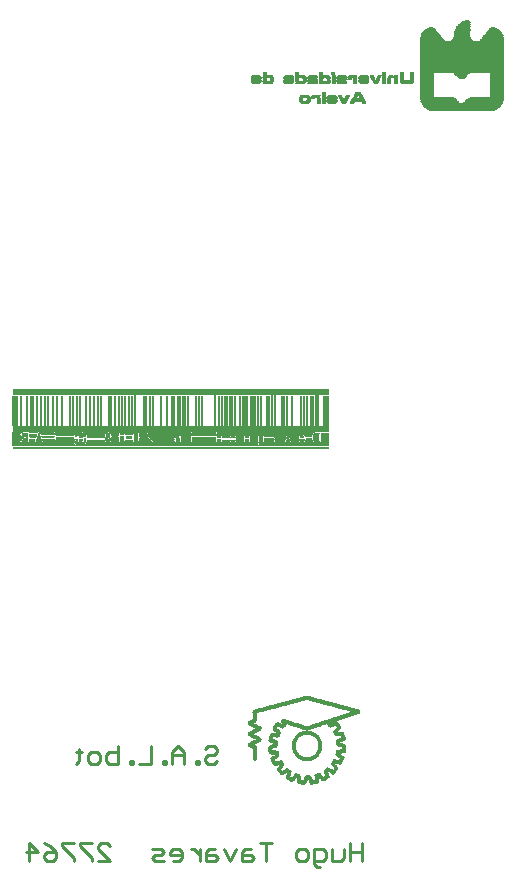
<source format=gbo>
*
%LPD*%
%LNsal.gbo*%
%FSLAX24Y24*%
%MOIN*%
%AD*%
%ADD10C,0.01*%
%ADD34R,0.012X0.001*%
%ADD35R,0.017X0.001*%
%ADD36R,0.025X0.001*%
%ADD37R,0.033X0.001*%
%ADD38R,0.042X0.001*%
%ADD39R,0.046X0.001*%
%ADD40R,0.054X0.001*%
%ADD41R,0.062X0.001*%
%ADD42R,0.07X0.001*%
%ADD43R,0.076X0.001*%
%ADD44R,0.085X0.001*%
%ADD45R,0.092X0.001*%
%ADD46R,0.044X0.001*%
%ADD47R,0.047X0.001*%
%ADD48R,0.045X0.001*%
%ADD49R,0.048X0.001*%
%ADD50R,0.043X0.001*%
%ADD51R,0.039X0.001*%
%ADD52R,0.041X0.001*%
%ADD53R,0.036X0.001*%
%ADD54R,0.031X0.001*%
%ADD55R,0.034X0.001*%
%ADD56R,0.029X0.001*%
%ADD57R,0.026X0.001*%
%ADD58R,0.024X0.001*%
%ADD59R,0.03X0.001*%
%ADD60R,0.022X0.001*%
%ADD61R,0.035X0.001*%
%ADD62R,0.014X0.001*%
%ADD63R,0.037X0.001*%
%ADD64R,0.011X0.001*%
%ADD65R,0.038X0.001*%
%ADD66R,0.003X0.001*%
%ADD67R,0.008X0.001*%
%ADD68R,0.013X0.001*%
%ADD69R,0.019X0.001*%
%ADD70R,0.015X0.001*%
%ADD71R,0.027X0.001*%
%ADD72R,0.002X0.001*%
%ADD73R,0.021X0.001*%
%ADD74R,0.007X0.001*%
%ADD75R,0.032X0.001*%
%ADD76R,0.023X0.001*%
%ADD77R,0.01X0.001*%
%ADD78R,0.018X0.001*%
%ADD79R,0.04X0.001*%
%ADD80R,0.006X0.001*%
%ADD81R,0.074X0.001*%
%ADD82R,0.05X0.001*%
%ADD83R,0.016X0.001*%
%ADD84R,0.02X0.001*%
%ADD85R,0.072X0.001*%
%ADD86R,0.065X0.001*%
%ADD87R,0.06X0.001*%
%ADD88R,0.053X0.001*%
%ADD89R,0.004X0.001*%
%ADD90R,0.028X0.001*%
%ADD91R,0.056X0.001*%
%ADD92R,0.059X0.001*%
%ADD93R,0.064X0.001*%
%ADD94R,0.009X0.001*%
%ADD95R,0.005X0.001*%
%ADD96R,0.058X0.001*%
%ADD97R,0.052X0.001*%
%ADD98R,0.049X0.001*%
%ADD100R,1.054998X0.009*%
%ADD101R,0.22X0.001*%
%ADD102R,0.595999X0.001*%
%ADD103R,0.223X0.001*%
%ADD104R,0.217X0.001*%
%ADD105R,0.589999X0.001*%
%ADD106R,0.214X0.001*%
%ADD107R,0.582999X0.001*%
%ADD108R,0.219X0.001*%
%ADD109R,0.212X0.001*%
%ADD110R,0.580999X0.001*%
%ADD111R,0.21X0.001*%
%ADD112R,0.577999X0.001*%
%ADD113R,0.217X0.002*%
%ADD114R,0.209X0.001*%
%ADD115R,0.576999X0.001*%
%ADD116R,0.207X0.001*%
%ADD117R,0.574999X0.001*%
%ADD118R,0.206X0.001*%
%ADD119R,0.573999X0.001*%
%ADD120R,0.216X0.003*%
%ADD121R,0.572999X0.001*%
%ADD122R,0.205X0.002*%
%ADD123R,0.571999X0.001*%
%ADD124R,0.234X0.002*%
%ADD125R,0.244X0.001*%
%ADD126R,0.275X0.001*%
%ADD127R,0.081X0.001*%
%ADD128R,0.097X0.001*%
%ADD129R,0.087X0.001*%
%ADD130R,0.069X0.001*%
%ADD131R,0.08X0.001*%
%ADD132R,0.026X0.002*%
%ADD133R,0.025X0.002*%
%ADD134R,0.018X0.002*%
%ADD135R,0.067X0.001*%
%ADD136R,0.021X0.002*%
%ADD137R,0.016X0.002*%
%ADD138R,0.07X0.002*%
%ADD139R,0.001X0.001*%
%ADD140R,0.019X0.002*%
%ADD141R,0.068X0.002*%
%ADD142R,0.028X0.002*%
%ADD143R,0.066X0.001*%
%ADD144R,0.063X0.002*%
%ADD145R,0.03X0.002*%
%ADD146R,0.027X0.002*%
%ADD147R,0.036X0.002*%
%ADD148R,0.017X0.003*%
%ADD149R,0.038X0.002*%
%ADD150R,0.044X0.002*%
%ADD151R,0.071X0.003*%
%ADD152R,0.029X0.002*%
%ADD153R,0.008X0.002*%
%ADD154R,0.035X0.002*%
%ADD155R,0.024X0.002*%
%ADD156R,0.02X0.002*%
%ADD157R,0.073X0.001*%
%ADD158R,0.014X0.002*%
%ADD159R,0.061X0.001*%
%ADD160R,0.017X0.002*%
%ADD161R,0.039X0.003*%
%ADD162R,0.009X0.002*%
%ADD163R,0.007X0.002*%
%ADD164R,0.06X0.003*%
%ADD165R,0.026X0.003*%
%ADD166R,0.063X0.003*%
%ADD167R,0.075X0.001*%
%ADD168R,0.015X0.003*%
%ADD169R,0.035X0.005*%
%ADD170R,0.032X0.002*%
%ADD171R,0.01X0.002*%
%ADD172R,0.015X0.002*%
%ADD173R,0.014X0.004*%
%ADD174R,0.025X0.004*%
%ADD175R,0.034X0.004*%
%ADD176R,0.062X0.002*%
%ADD177R,0.043X0.003*%
%ADD178R,0.077X0.001*%
%ADD179R,0.055X0.001*%
%ADD180R,0.011X0.002*%
%ADD181R,0.059X0.004*%
%ADD182R,0.024X0.004*%
%ADD183R,0.079X0.001*%
%ADD184R,0.043X0.004*%
%ADD185R,0.021X0.004*%
%ADD186R,0.008X0.005*%
%ADD187R,0.041X0.005*%
%ADD188R,0.016X0.004*%
%ADD189R,0.022X0.005*%
%ADD190R,0.082X0.001*%
%ADD191R,0.033X0.005*%
%ADD192R,0.014X0.003*%
%ADD193R,0.042X0.002*%
%ADD194R,0.011X0.004*%
%ADD195R,0.058X0.004*%
%ADD196R,0.083X0.001*%
%ADD197R,0.016X0.009*%
%ADD198R,0.023X0.004*%
%ADD199R,0.014X0.017*%
%ADD200R,0.017X0.007*%
%ADD201R,0.022X0.002*%
%ADD202R,0.084X0.001*%
%ADD203R,0.025X0.003*%
%ADD204R,0.051X0.001*%
%ADD205R,0.016X0.003*%
%ADD206R,0.02X0.005*%
%ADD207R,0.012X0.002*%
%ADD208R,0.043X0.002*%
%ADD209R,0.008X0.004*%
%ADD210R,0.023X0.002*%
%ADD211R,0.059X0.003*%
%ADD212R,0.013X0.002*%
%ADD213R,0.013X0.003*%
%ADD214R,0.052X0.002*%
%ADD215R,0.01X0.004*%
%ADD216R,0.088X0.001*%
%ADD217R,0.021X0.003*%
%ADD218R,0.023X0.006*%
%ADD219R,0.024X0.008*%
%ADD220R,0.089X0.001*%
%ADD221R,0.027X0.003*%
%ADD222R,0.061X0.009*%
%ADD223R,0.09X0.001*%
%ADD224R,0.037X0.002*%
%ADD225R,0.016X0.012*%
%ADD226R,0.091X0.001*%
%ADD227R,0.081X0.023*%
%ADD228R,0.045X0.004*%
%ADD229R,0.034X0.025*%
%ADD230R,0.026X0.025*%
%ADD231R,0.006X0.002*%
%ADD232R,0.062X0.003*%
%ADD233R,0.063X0.001*%
%ADD234R,0.024X0.003*%
%ADD235R,0.096X0.001*%
%ADD236R,0.127X0.001*%
%ADD237R,0.046X0.002*%
%ADD238R,0.016X0.006*%
%ADD239R,0.211X0.001*%
%ADD240R,0.022X0.006*%
%ADD241R,0.316999X0.002*%
%ADD242R,0.028X0.005*%
%ADD243R,0.047X0.002*%
%ADD244R,0.21X0.002*%
%ADD245R,0.02X0.007*%
%ADD246R,0.317999X0.002*%
%ADD247R,0.004X0.003*%
%ADD248R,0.065X0.002*%
%ADD249R,0.318999X0.001*%
%ADD250R,0.029X0.003*%
%ADD251R,0.319999X0.001*%
%ADD252R,0.028X0.004*%
%ADD253R,0.002X0.002*%
%ADD254R,0.048X0.002*%
%ADD255R,0.068X0.001*%
%ADD256R,0.320999X0.001*%
%ADD257R,0.129X0.001*%
%ADD258R,0.049X0.002*%
%ADD259R,0.131X0.001*%
%ADD260R,0.08X0.002*%
%ADD261R,0.133X0.001*%
%ADD262R,0.191X0.003*%
%ADD263R,0.134X0.001*%
%ADD264R,0.028X0.036*%
%ADD265R,1.054998X0.022*%
%ADD266R,0.004X0.002*%
%ADD267R,0.014X0.101*%
%ADD268R,0.008X0.101*%
%ADD269R,0.005X0.101*%
%ADD270R,0.011X0.101*%
%ADD271R,0.005X0.099*%
%ADD272R,0.015X0.101*%
%ADD273R,0.008X0.099*%
%ADD274R,0.015X0.099*%
%ADD275R,0.019X0.102*%
%ADD276R,0.005X0.102*%
%ADD277R,0.004X0.102*%
%ADD278R,0.011X0.102*%
%ADD279R,0.01X0.102*%
%ADD280R,0.008X0.102*%
%ADD281R,0.007X0.102*%
%ADD282R,0.009X0.102*%
%ADD283R,0.014X0.102*%
%ADD284R,0.015X0.102*%
%ADD285R,1.054998X0.02*%
%ADD286R,0.226X0.001*%
%ADD287R,0.23X0.001*%
%ADD288R,0.234X0.001*%
%ADD289R,0.237X0.001*%
%ADD290R,0.241X0.001*%
%ADD291R,0.243X0.001*%
%ADD292R,0.246X0.001*%
%ADD293R,0.248X0.001*%
%ADD294R,0.251X0.001*%
%ADD295R,0.253X0.001*%
%ADD296R,0.255X0.001*%
%ADD297R,0.256X0.001*%
%ADD298R,0.258X0.001*%
%ADD299R,0.26X0.001*%
%ADD300R,0.262X0.001*%
%ADD301R,0.263X0.001*%
%ADD302R,0.264X0.001*%
%ADD303R,0.266X0.001*%
%ADD304R,0.267X0.001*%
%ADD305R,0.268X0.001*%
%ADD306R,0.269X0.001*%
%ADD307R,0.132X0.001*%
%ADD308R,0.126X0.001*%
%ADD309R,0.13X0.001*%
%ADD310R,0.125X0.001*%
%ADD311R,0.124X0.001*%
%ADD312R,0.123X0.001*%
%ADD313R,0.128X0.001*%
%ADD314R,0.122X0.001*%
%ADD315R,0.121X0.001*%
%ADD316R,0.12X0.001*%
%ADD317R,0.119X0.001*%
%ADD318R,0.118X0.001*%
%ADD319R,0.116X0.001*%
%ADD320R,0.115X0.001*%
%ADD321R,0.113X0.001*%
%ADD322R,0.117X0.001*%
%ADD323R,0.111X0.001*%
%ADD324R,0.107X0.001*%
%ADD325R,0.278X0.001*%
%ADD326R,0.086X0.001*%
%ADD327R,0.078X0.001*%
%ADD328R,0.071X0.001*%
%ADD329R,0.057X0.001*%
G54D10*
%SRX1Y1I0.0J0.0*%
G1X616Y689D2*
G1X616Y1289D1*
G1X916Y989D1*
G1X516Y989D1*
G1X1116Y889D2*
G1X1216Y989D1*
G1X1516Y989D1*
G1X1516Y789D1*
G1X1416Y689D1*
G1X1216Y689D1*
G1X1116Y789D1*
G1X1116Y889D1*
G1X1116Y1289D2*
G1X1316Y1189D1*
G1X1516Y989D1*
G1X1716Y1189D2*
G1X2115Y789D1*
G1X2115Y689D1*
G1X2115Y1289D2*
G1X1716Y1289D1*
G1X1716Y1189D1*
G1X2315Y1189D2*
G1X2715Y789D1*
G1X2715Y689D1*
G1X2715Y1289D2*
G1X2315Y1289D1*
G1X2315Y1189D1*
G1X2915Y1189D2*
G1X3015Y1289D1*
G1X3215Y1289D1*
G1X3315Y1189D1*
G1X2915Y1189D2*
G1X2915Y1089D1*
G1X3315Y689D1*
G1X2915Y689D1*
G1X4815Y689D2*
G1X4715Y789D1*
G1X4815Y889D1*
G1X5015Y889D1*
G1X5115Y989D1*
G1X5015Y1089D1*
G1X4715Y1089D1*
G1X4815Y689D2*
G1X5115Y689D1*
G1X5315Y889D2*
G1X5714Y889D1*
G1X5714Y789D2*
G1X5714Y989D1*
G1X5614Y1089D1*
G1X5415Y1089D1*
G1X5315Y989D1*
G1X5315Y889D1*
G1X5415Y689D2*
G1X5614Y689D1*
G1X5714Y789D1*
G1X6014Y1089D2*
G1X6114Y1089D1*
G1X6214Y989D1*
G1X6314Y889D1*
G1X6314Y689D1*
G1X6314Y1089D1*
G1X6614Y1089D2*
G1X6514Y989D1*
G1X6514Y689D1*
G1X6814Y689D1*
G1X6914Y789D1*
G1X6814Y889D1*
G1X6514Y889D1*
G1X6614Y1089D2*
G1X6814Y1089D1*
G1X7114Y1089D2*
G1X7314Y689D1*
G1X7514Y1089D1*
G1X7814Y1089D2*
G1X7714Y989D1*
G1X7714Y689D1*
G1X8013Y689D1*
G1X8113Y789D1*
G1X8013Y889D1*
G1X7714Y889D1*
G1X7814Y1089D2*
G1X8013Y1089D1*
G1X8313Y1289D2*
G1X8513Y1289D1*
G1X8513Y689D1*
G1X8713Y1289D2*
G1X8313Y1289D1*
G1X10113Y589D2*
G1X10113Y1089D1*
G1X10413Y1089D1*
G1X10513Y989D1*
G1X10513Y789D1*
G1X10413Y689D1*
G1X10113Y689D1*
G1X9813Y689D2*
G1X9613Y689D1*
G1X9513Y789D1*
G1X9513Y989D1*
G1X9613Y1089D1*
G1X9813Y1089D1*
G1X9913Y989D1*
G1X9913Y789D1*
G1X9813Y689D1*
G1X10113Y589D2*
G1X10213Y489D1*
G1X10313Y489D1*
G1X10713Y689D2*
G1X10713Y1089D1*
G1X11113Y1089D2*
G1X11113Y789D1*
G1X11013Y689D1*
G1X10713Y689D1*
G1X11313Y689D2*
G1X11313Y1289D1*
G1X11313Y989D1*
G1X11712Y989D1*
G1X11712Y689D1*
G1X11712Y1289D1*
G1X6889Y4437D2*
G1X6889Y4337D1*
G1X6790Y4237D1*
G1X6590Y4237D1*
G1X6490Y4137D1*
G1X6490Y4037D1*
G1X6590Y3937D1*
G1X6790Y3937D1*
G1X6889Y4037D1*
G1X6889Y4437D2*
G1X6790Y4537D1*
G1X6590Y4537D1*
G1X6490Y4437D1*
G1X5590Y4537D2*
G1X5390Y4337D1*
G1X5390Y3937D1*
G1X5390Y4237D1*
G1X5790Y4237D1*
G1X5790Y4337D2*
G1X5590Y4537D1*
G1X5790Y4337D2*
G1X5790Y3937D1*
G1X6190Y3937D2*
G1X6290Y3937D1*
G1X6290Y4037D1*
G1X6190Y4037D1*
G1X6190Y3937D1*
G1X4690Y4537D2*
G1X4690Y3937D1*
G1X4291Y3937D1*
G1X5090Y3937D2*
G1X5190Y3937D1*
G1X5190Y4037D1*
G1X5090Y4037D1*
G1X5090Y3937D1*
G1X3591Y4537D2*
G1X3591Y3937D1*
G1X3291Y3937D1*
G1X3191Y4037D1*
G1X3191Y4137D1*
G1X3191Y4237D1*
G1X3291Y4337D1*
G1X3591Y4337D1*
G1X3991Y4037D2*
G1X3991Y3937D1*
G1X4091Y3937D1*
G1X4091Y4037D1*
G1X3991Y4037D1*
G1X2991Y4037D2*
G1X2891Y3937D1*
G1X2691Y3937D1*
G1X2591Y4037D1*
G1X2591Y4237D1*
G1X2691Y4337D1*
G1X2891Y4337D1*
G1X2991Y4237D1*
G1X2991Y4037D1*
G1X2291Y4437D2*
G1X2291Y4337D1*
G1X2391Y4337D1*
G1X2191Y4337D1*
G1X2291Y4337D1*
G1X2291Y4037D1*
G1X2191Y3937D1*
G54D34*
G1X6961Y14828D3*
G1X7411Y14838D3*
G1X7411Y14668D3*
G1X7881Y14828D3*
G1X8351Y14838D3*
G1X8351Y14678D3*
G1X8351Y14568D3*
G1X9261Y14668D3*
G1X9271Y14828D3*
G1X9731Y14838D3*
G1X9731Y14668D3*
G1X4181Y14678D3*
G1X4191Y14928D3*
G1X3721Y14678D3*
G1X3261Y14808D3*
G1X2341Y14828D3*
G1X2361Y14688D3*
G1X2311Y14548D3*
G1X521Y14768D3*
G1X9882Y6172D3*
G1X9892Y5052D3*
G1X9482Y4693D3*
G1X9472Y4672D3*
G1X9472Y4662D3*
G1X9462Y4652D3*
G1X9462Y4643D3*
G1X9462Y4632D3*
G1X9462Y4622D3*
G1X9452Y4593D3*
G1X9452Y4582D3*
G1X9452Y4572D3*
G1X9442Y4543D3*
G1X9442Y4532D3*
G1X9442Y4522D3*
G1X9442Y4512D3*
G1X9452Y4493D3*
G1X9452Y4482D3*
G1X9452Y4472D3*
G1X9452Y4462D3*
G1X9452Y4452D3*
G1X9452Y4443D3*
G1X9452Y4432D3*
G1X9462Y4412D3*
G1X10322Y4412D3*
G1X10322Y4422D3*
G1X10322Y4432D3*
G1X10312Y4402D3*
G1X10332Y4472D3*
G1X10332Y4482D3*
G1X10332Y4493D3*
G1X10332Y4502D3*
G1X10332Y4512D3*
G1X10332Y4522D3*
G1X10332Y4532D3*
G1X10332Y4543D3*
G1X10332Y4552D3*
G1X10332Y4562D3*
G1X10332Y4572D3*
G1X10322Y4593D3*
G1X10322Y4602D3*
G1X10322Y4612D3*
G1X10322Y4622D3*
G1X10312Y4643D3*
G1X10312Y4652D3*
G1X10312Y4662D3*
G1X10302Y4682D3*
G1X10312Y4393D3*
G1X10312Y4382D3*
G1X10312Y4372D3*
G1X10302Y4362D3*
G1X10272Y3593D3*
G1X10202Y3482D3*
G1X9992Y3412D3*
G1X9992Y3402D3*
G1X10002Y3393D3*
G1X10002Y3382D3*
G1X10002Y3372D3*
G1X9832Y3372D3*
G1X9832Y3362D3*
G1X9842Y3393D3*
G1X9842Y3402D3*
G1X9842Y3412D3*
G1X9622Y3412D3*
G1X9622Y3422D3*
G1X9622Y3432D3*
G1X9622Y3443D3*
G1X9622Y3452D3*
G1X9622Y3462D3*
G1X9622Y3402D3*
G1X9622Y3393D3*
G1X9622Y3382D3*
G1X9622Y3372D3*
G1X9392Y3352D3*
G1X9252Y3493D3*
G1X9262Y3512D3*
G1X9262Y3532D3*
G1X9272Y3543D3*
G1X9272Y3552D3*
G1X9282Y3582D3*
G1X9292Y3612D3*
G1X9472Y4372D3*
G1X9472Y4382D3*
G1X9462Y4393D3*
G1X10902Y4262D3*
G1X11042Y4082D3*
G1X11042Y4072D3*
G1X10512Y3652D3*
G1X10522Y3632D3*
G1X10532Y3612D3*
G1X10542Y3582D3*
G1X10542Y3572D3*
G1X10552Y3562D3*
G1X10552Y3552D3*
G1X10922Y4632D3*
G1X11102Y4793D3*
G1X11102Y4802D3*
G1X11092Y4812D3*
G1X11092Y4822D3*
G1X11092Y4832D3*
G1X11092Y4843D3*
G1X11082Y4852D3*
G1X11082Y4862D3*
G1X9132Y5243D3*
G1X9132Y5252D3*
G1X9102Y5393D3*
G1X8132Y5393D3*
G1X8132Y4443D3*
G1X8682Y4743D3*
G1X8682Y4752D3*
G1X8682Y4762D3*
G1X8682Y4772D3*
G1X8692Y4793D3*
G1X8692Y4802D3*
G1X8692Y4812D3*
G1X8852Y4593D3*
G1X8852Y4582D3*
G1X8852Y4572D3*
G1X8892Y4232D3*
G1X8892Y4222D3*
G1X9062Y3572D3*
G1X13044Y26745D3*
G1X13044Y26755D3*
G1X13044Y26765D3*
G1X13044Y26775D3*
G1X13044Y26785D3*
G1X13044Y26795D3*
G1X13044Y26805D3*
G1X13044Y26815D3*
G1X13044Y26825D3*
G1X13044Y26835D3*
G1X13044Y26845D3*
G1X13044Y26855D3*
G1X13044Y26865D3*
G1X13044Y26875D3*
G1X13044Y26885D3*
G1X13044Y26895D3*
G1X13044Y26905D3*
G1X13044Y26915D3*
G1X13044Y26925D3*
G1X13044Y26935D3*
G1X13044Y26945D3*
G1X13044Y26955D3*
G1X13044Y26965D3*
G1X13394Y26965D3*
G1X13394Y26955D3*
G1X13394Y26945D3*
G1X13394Y26935D3*
G1X13394Y26925D3*
G1X13394Y26915D3*
G1X13394Y26905D3*
G1X13394Y26895D3*
G1X13394Y26885D3*
G1X13394Y26875D3*
G1X13394Y26865D3*
G1X13394Y26855D3*
G1X13394Y26845D3*
G1X13394Y26835D3*
G1X13394Y26825D3*
G1X13394Y26815D3*
G1X13394Y26805D3*
G1X13394Y26795D3*
G1X13394Y26785D3*
G1X13394Y26775D3*
G1X13394Y26765D3*
G1X13394Y26755D3*
G1X13394Y26745D3*
G1X13394Y26735D3*
G1X12855Y26745D3*
G1X12855Y26755D3*
G1X12615Y26755D3*
G1X12444Y26895D3*
G1X12444Y26905D3*
G1X12444Y26915D3*
G1X12444Y26925D3*
G1X12444Y26935D3*
G1X12444Y26945D3*
G1X12444Y26955D3*
G1X12305Y26855D3*
G1X12285Y26815D3*
G1X12275Y26785D3*
G1X12265Y26775D3*
G1X12265Y26765D3*
G1X12255Y26745D3*
G1X12244Y26735D3*
G1X12244Y26725D3*
G1X12235Y26715D3*
G1X12235Y26705D3*
G1X12105Y26715D3*
G1X12094Y26725D3*
G1X12094Y26735D3*
G1X12085Y26755D3*
G1X12075Y26775D3*
G1X12065Y26795D3*
G1X12044Y26845D3*
G1X11894Y26785D3*
G1X11665Y26785D3*
G1X11494Y26755D3*
G1X11494Y26745D3*
G1X11494Y26735D3*
G1X11305Y26745D3*
G1X11305Y26755D3*
G1X11305Y26765D3*
G1X10925Y26665D3*
G1X10605Y26685D3*
G1X10765Y26895D3*
G1X10765Y26905D3*
G1X10765Y26915D3*
G1X10765Y26925D3*
G1X10765Y26935D3*
G1X10765Y26945D3*
G1X10765Y26955D3*
G1X10765Y26965D3*
G1X10985Y26185D3*
G1X10994Y26165D3*
G1X11005Y26145D3*
G1X11015Y26125D3*
G1X11015Y26115D3*
G1X11025Y26105D3*
G1X11025Y26095D3*
G1X11035Y26085D3*
G1X11035Y26075D3*
G1X11044Y26065D3*
G1X11044Y26055D3*
G1X11175Y26055D3*
G1X11175Y26045D3*
G1X11185Y26065D3*
G1X11185Y26075D3*
G1X11194Y26085D3*
G1X11205Y26105D3*
G1X11205Y26115D3*
G1X11225Y26155D3*
G1X11235Y26175D3*
G1X11244Y26205D3*
G1X10835Y26015D3*
G1X10444Y26235D3*
G1X10444Y26245D3*
G1X10444Y26255D3*
G1X10444Y26265D3*
G1X10444Y26275D3*
G1X10444Y26285D3*
G1X10444Y26295D3*
G1X10444Y26305D3*
G1X10275Y26105D3*
G1X10275Y26095D3*
G1X10094Y26115D3*
G1X9935Y26115D3*
G1X9944Y26085D3*
G1X9944Y26055D3*
G1X9944Y26045D3*
G1X9685Y26035D3*
G1X9685Y26105D3*
G1X9805Y26685D3*
G1X9805Y26765D3*
G1X9965Y26785D3*
G1X9965Y26695D3*
G1X10194Y26785D3*
G1X10355Y26765D3*
G1X10355Y26755D3*
G1X10355Y26745D3*
G1X10355Y26735D3*
G1X10355Y26725D3*
G1X10355Y26715D3*
G1X10355Y26705D3*
G1X10355Y26695D3*
G1X10355Y26605D3*
G1X10355Y26855D3*
G1X10355Y26865D3*
G1X10355Y26875D3*
G1X10355Y26885D3*
G1X10355Y26895D3*
G1X10355Y26905D3*
G1X10355Y26915D3*
G1X10355Y26925D3*
G1X10355Y26935D3*
G1X10355Y26945D3*
G1X10355Y26955D3*
G1X10355Y26965D3*
G1X9555Y26765D3*
G1X9555Y26755D3*
G1X9555Y26695D3*
G1X9385Y26675D3*
G1X9385Y26785D3*
G1X9275Y26865D3*
G1X9155Y26785D3*
G1X8725Y26765D3*
G1X8725Y26685D3*
G1X8475Y26685D3*
G1X8475Y26765D3*
G1X8305Y26785D3*
G1X8305Y26675D3*
G1X8075Y26785D3*
G54D35*
G1X4646Y14888D3*
G1X10216Y14938D3*
G1X9887Y6162D3*
G1X9887Y5062D3*
G1X10187Y4843D3*
G1X10197Y4832D3*
G1X9587Y4832D3*
G1X9577Y4212D3*
G1X9587Y4202D3*
G1X9597Y4193D3*
G1X10197Y4202D3*
G1X9377Y3372D3*
G1X10547Y3493D3*
G1X11037Y4132D3*
G1X11097Y4493D3*
G1X10697Y5182D3*
G1X9117Y5382D3*
G1X8837Y5062D3*
G1X8847Y5052D3*
G1X8857Y5043D3*
G1X8877Y5022D3*
G1X8887Y5012D3*
G1X8897Y5002D3*
G1X8007Y4912D3*
G1X8107Y5362D3*
G1X8167Y5632D3*
G1X8767Y4093D3*
G1X8867Y4182D3*
G1X8977Y4002D3*
G1X8847Y3893D3*
G1X12170Y26625D3*
G1X11600Y26305D3*
G1X11110Y25975D3*
G1X10120Y26595D3*
G1X9720Y26595D3*
G1X8640Y26595D3*
G54D36*
G1X3476Y14788D3*
G1X3496Y14888D3*
G1X2326Y14928D3*
G1X9486Y14788D3*
G1X9926Y14858D3*
G1X9887Y6152D3*
G1X10097Y4893D3*
G1X10097Y4143D3*
G1X10267Y3522D3*
G1X9917Y3452D3*
G1X9917Y3443D3*
G1X9917Y3432D3*
G1X9557Y3512D3*
G1X11057Y4512D3*
G1X10997Y4582D3*
G1X10997Y4693D3*
G1X11007Y4702D3*
G1X11017Y4712D3*
G1X11027Y4722D3*
G1X8217Y4682D3*
G1X8197Y4672D3*
G1X8177Y4662D3*
G1X8127Y4632D3*
G1X8107Y4622D3*
G1X8067Y4602D3*
G1X8067Y4862D3*
G1X8107Y4843D3*
G1X8097Y4982D3*
G1X8117Y4993D3*
G1X8137Y5002D3*
G1X8157Y5012D3*
G1X8177Y5022D3*
G1X8217Y5043D3*
G1X8237Y5132D3*
G1X8077Y4972D3*
G1X8217Y4782D3*
G1X11780Y26855D3*
G1X11600Y26225D3*
G1X10720Y26195D3*
G1X9270Y26855D3*
G1X8190Y26855D3*
G54D37*
G1X3496Y14638D3*
G1X2316Y14598D3*
G1X226Y14738D3*
G1X8817Y4893D3*
G1X8817Y4882D3*
G1X8807Y4862D3*
G1X8777Y4302D3*
G1X9357Y3443D3*
G1X9727Y3352D3*
G1X10107Y3352D3*
G1X10457Y3462D3*
G1X11017Y4332D3*
G1X10967Y4893D3*
G1X9887Y6143D3*
G1X9887Y4993D3*
G1X9956Y14638D3*
G1X9506Y14868D3*
G1X11780Y26805D3*
G1X11780Y26815D3*
G1X14000Y28395D3*
G1X16110Y28395D3*
G1X11050Y26745D3*
G1X11040Y26735D3*
G1X11040Y26625D3*
G1X10720Y26155D3*
G1X9810Y25965D3*
G1X10070Y26605D3*
G1X10070Y26745D3*
G1X10080Y26815D3*
G1X10080Y26825D3*
G1X9270Y26815D3*
G1X9270Y26805D3*
G1X8190Y26805D3*
G1X8190Y26815D3*
G54D38*
G1X3951Y14618D3*
G1X8312Y5702D3*
G1X9262Y5293D3*
G1X9892Y4062D3*
G1X10662Y3672D3*
G1X10472Y5282D3*
G1X11422Y5702D3*
G1X9882Y6132D3*
G1X15035Y26905D3*
G1X13994Y28345D3*
G1X13994Y28355D3*
G1X15115Y28525D3*
G1X11594Y26075D3*
G54D39*
G1X8372Y5722D3*
G1X8602Y5782D3*
G1X8902Y5862D3*
G1X8932Y5872D3*
G1X9052Y5902D3*
G1X9202Y5943D3*
G1X9352Y5982D3*
G1X9502Y6022D3*
G1X9882Y6122D3*
G1X10262Y6022D3*
G1X10412Y5982D3*
G1X10442Y5972D3*
G1X10492Y5962D3*
G1X10562Y5943D3*
G1X10592Y5932D3*
G1X10642Y5922D3*
G1X10712Y5902D3*
G1X10742Y5893D3*
G1X10892Y5852D3*
G1X10942Y5843D3*
G1X10972Y5832D3*
G1X11042Y5812D3*
G1X11192Y5772D3*
G1X11342Y5732D3*
G1X9892Y4072D3*
G1X16215Y26155D3*
G1X16215Y26955D3*
G1X15094Y28465D3*
G1X15094Y28475D3*
G1X13994Y28325D3*
G1X13894Y26955D3*
G1X13894Y26945D3*
G1X13894Y26165D3*
G1X13894Y26155D3*
G1X13225Y26655D3*
G1X11594Y26035D3*
G54D40*
G1X9892Y4943D3*
G1X9882Y6112D3*
G1X16115Y28275D3*
G1X15055Y28225D3*
G1X15055Y28215D3*
G1X15055Y28205D3*
G1X15055Y28195D3*
G1X15055Y28185D3*
G1X15055Y28175D3*
G1X13994Y28275D3*
G54D41*
G1X2861Y14678D3*
G1X2841Y14868D3*
G1X1811Y14758D3*
G1X9882Y6102D3*
G1X9892Y4912D3*
G1X15055Y28085D3*
G1X14005Y28215D3*
G54D42*
G1X1851Y14638D3*
G1X2821Y14938D3*
G1X9872Y6093D3*
G1X16085Y28135D3*
G1X14025Y28135D3*
G1X14025Y28145D3*
G54D43*
G1X5081Y14728D3*
G1X9882Y6082D3*
G1X16065Y28065D3*
G1X16065Y28075D3*
G1X14044Y28075D3*
G54D44*
G1X5036Y14808D3*
G1X9887Y6072D3*
G54D45*
G1X5031Y14868D3*
G1X9882Y6062D3*
G54D46*
G1X7281Y14708D3*
G1X3401Y14708D3*
G1X3391Y14748D3*
G1X8332Y5712D3*
G1X10152Y6052D3*
G1X10232Y6032D3*
G1X10782Y5882D3*
G1X10822Y5872D3*
G1X10862Y5862D3*
G1X11082Y5802D3*
G1X11382Y5722D3*
G1X9152Y3652D3*
G1X13225Y26635D3*
G1X13994Y28335D3*
G1X15105Y28505D3*
G1X11594Y26055D3*
G54D47*
G1X1236Y14928D3*
G1X9046Y14778D3*
G1X9097Y5912D3*
G1X9157Y5932D3*
G1X8747Y5822D3*
G1X8647Y5793D3*
G1X8557Y5772D3*
G1X8517Y5762D3*
G1X8477Y5752D3*
G1X8447Y5743D3*
G1X9297Y5272D3*
G1X9877Y5112D3*
G1X9887Y4962D3*
G1X10667Y5912D3*
G1X11297Y5743D3*
G1X9607Y6052D3*
G1X9547Y6032D3*
G1X9307Y5972D3*
G1X9247Y5952D3*
G1X16210Y26145D3*
G1X16120Y28325D3*
G1X15090Y28455D3*
G1X13220Y26685D3*
G1X13220Y26675D3*
G1X13220Y26665D3*
G1X11600Y26025D3*
G54D48*
G1X9137Y3672D3*
G1X9147Y3662D3*
G1X9277Y5282D3*
G1X10457Y5272D3*
G1X10527Y5952D3*
G1X11007Y5822D3*
G1X11117Y5793D3*
G1X11157Y5782D3*
G1X11217Y5762D3*
G1X11267Y5752D3*
G1X10337Y6002D3*
G1X10297Y6012D3*
G1X10187Y6043D3*
G1X9577Y6043D3*
G1X9467Y6012D3*
G1X9427Y6002D3*
G1X9277Y5962D3*
G1X9127Y5922D3*
G1X8977Y5882D3*
G1X8867Y5852D3*
G1X8827Y5843D3*
G1X8717Y5812D3*
G1X8677Y5802D3*
G1X16220Y26165D3*
G1X16220Y26175D3*
G1X16220Y26185D3*
G1X16220Y26195D3*
G1X16220Y26205D3*
G1X16220Y26215D3*
G1X16220Y26225D3*
G1X16220Y26235D3*
G1X16220Y26245D3*
G1X16220Y26255D3*
G1X16220Y26265D3*
G1X16220Y26275D3*
G1X16220Y26285D3*
G1X16220Y26295D3*
G1X16220Y26305D3*
G1X16220Y26315D3*
G1X16220Y26325D3*
G1X16220Y26335D3*
G1X16220Y26345D3*
G1X16220Y26355D3*
G1X16220Y26365D3*
G1X16220Y26375D3*
G1X16220Y26385D3*
G1X16220Y26395D3*
G1X16220Y26405D3*
G1X16220Y26415D3*
G1X16220Y26425D3*
G1X16220Y26435D3*
G1X16220Y26445D3*
G1X16220Y26455D3*
G1X16220Y26465D3*
G1X16220Y26475D3*
G1X16220Y26485D3*
G1X16220Y26495D3*
G1X16220Y26505D3*
G1X16220Y26515D3*
G1X16220Y26525D3*
G1X16220Y26535D3*
G1X16220Y26545D3*
G1X16220Y26555D3*
G1X16220Y26565D3*
G1X16220Y26575D3*
G1X16220Y26585D3*
G1X16220Y26595D3*
G1X16220Y26605D3*
G1X16220Y26615D3*
G1X16220Y26625D3*
G1X16220Y26635D3*
G1X16220Y26645D3*
G1X16220Y26655D3*
G1X16220Y26665D3*
G1X16220Y26675D3*
G1X16220Y26685D3*
G1X16220Y26695D3*
G1X16220Y26705D3*
G1X16220Y26715D3*
G1X16220Y26725D3*
G1X16220Y26735D3*
G1X16220Y26745D3*
G1X16220Y26755D3*
G1X16220Y26765D3*
G1X16220Y26775D3*
G1X16220Y26785D3*
G1X16220Y26795D3*
G1X16220Y26805D3*
G1X16220Y26815D3*
G1X16220Y26825D3*
G1X16220Y26835D3*
G1X16220Y26845D3*
G1X16220Y26855D3*
G1X16220Y26865D3*
G1X16220Y26875D3*
G1X16220Y26885D3*
G1X16220Y26895D3*
G1X16220Y26905D3*
G1X16220Y26915D3*
G1X16220Y26925D3*
G1X16220Y26935D3*
G1X16220Y26945D3*
G1X16120Y28335D3*
G1X15100Y28485D3*
G1X15100Y28495D3*
G1X13890Y26935D3*
G1X13890Y26925D3*
G1X13890Y26915D3*
G1X13890Y26905D3*
G1X13890Y26895D3*
G1X13890Y26885D3*
G1X13890Y26875D3*
G1X13890Y26865D3*
G1X13890Y26855D3*
G1X13890Y26845D3*
G1X13890Y26835D3*
G1X13890Y26825D3*
G1X13890Y26815D3*
G1X13890Y26805D3*
G1X13890Y26795D3*
G1X13890Y26785D3*
G1X13890Y26775D3*
G1X13890Y26765D3*
G1X13890Y26755D3*
G1X13890Y26745D3*
G1X13890Y26735D3*
G1X13890Y26725D3*
G1X13890Y26715D3*
G1X13890Y26705D3*
G1X13890Y26695D3*
G1X13890Y26685D3*
G1X13890Y26675D3*
G1X13890Y26665D3*
G1X13890Y26655D3*
G1X13890Y26645D3*
G1X13890Y26635D3*
G1X13890Y26625D3*
G1X13890Y26615D3*
G1X13890Y26605D3*
G1X13890Y26595D3*
G1X13890Y26585D3*
G1X13890Y26575D3*
G1X13890Y26565D3*
G1X13890Y26555D3*
G1X13890Y26545D3*
G1X13890Y26535D3*
G1X13890Y26525D3*
G1X13890Y26515D3*
G1X13890Y26505D3*
G1X13890Y26495D3*
G1X13890Y26485D3*
G1X13890Y26475D3*
G1X13890Y26465D3*
G1X13890Y26455D3*
G1X13890Y26445D3*
G1X13890Y26435D3*
G1X13890Y26425D3*
G1X13890Y26415D3*
G1X13890Y26405D3*
G1X13890Y26395D3*
G1X13890Y26385D3*
G1X13890Y26375D3*
G1X13890Y26365D3*
G1X13890Y26355D3*
G1X13890Y26345D3*
G1X13890Y26335D3*
G1X13890Y26325D3*
G1X13890Y26315D3*
G1X13890Y26305D3*
G1X13890Y26295D3*
G1X13890Y26285D3*
G1X13890Y26275D3*
G1X13890Y26265D3*
G1X13890Y26255D3*
G1X13890Y26245D3*
G1X13890Y26235D3*
G1X13890Y26225D3*
G1X13890Y26215D3*
G1X13890Y26205D3*
G1X13890Y26195D3*
G1X13890Y26185D3*
G1X13890Y26175D3*
G1X13220Y26645D3*
G1X15030Y26915D3*
G1X11600Y26045D3*
G54D49*
G1X1231Y14918D3*
G1X8412Y5732D3*
G1X8792Y5832D3*
G1X9012Y5893D3*
G1X9392Y5993D3*
G1X10372Y5993D3*
G1X15035Y26925D3*
G1X16125Y28315D3*
G1X15085Y28435D3*
G1X15085Y28445D3*
G1X13994Y28315D3*
G1X13905Y26145D3*
G1X11594Y26015D3*
G54D50*
G1X7276Y14698D3*
G1X8106Y14878D3*
G1X9026Y14768D3*
G1X3406Y14698D3*
G1X11407Y5712D3*
G1X9887Y4972D3*
G1X10677Y3702D3*
G1X10667Y3693D3*
G1X10667Y3682D3*
G1X9157Y3643D3*
G1X13220Y26625D3*
G1X16120Y28345D3*
G1X15110Y28515D3*
G1X11600Y26065D3*
G54D51*
G1X4476Y14708D3*
G1X4416Y14978D3*
G1X8596Y14638D3*
G1X9016Y14628D3*
G1X9006Y14868D3*
G1X9506Y14878D3*
G1X11457Y5693D3*
G1X11397Y5593D3*
G1X10937Y5443D3*
G1X10757Y5252D3*
G1X10507Y5302D3*
G1X9627Y5182D3*
G1X9507Y5222D3*
G1X9437Y5243D3*
G1X9407Y5252D3*
G1X8997Y5212D3*
G1X16120Y28365D3*
G1X15130Y28565D3*
G1X14000Y28365D3*
G54D52*
G1X7186Y14618D3*
G1X8586Y14628D3*
G1X9496Y14618D3*
G1X4486Y14688D3*
G1X3496Y14618D3*
G1X8297Y5693D3*
G1X9247Y5302D3*
G1X9887Y5102D3*
G1X10657Y3662D3*
G1X13220Y26615D3*
G1X16120Y28355D3*
G1X15120Y28535D3*
G1X15120Y28545D3*
G1X11600Y26085D3*
G54D53*
G1X7191Y14628D3*
G1X8611Y14848D3*
G1X8991Y14828D3*
G1X4471Y14728D3*
G1X3951Y14628D3*
G1X3491Y14628D3*
G1X241Y14768D3*
G1X8272Y5682D3*
G1X9892Y5093D3*
G1X10212Y5202D3*
G1X10232Y5212D3*
G1X9892Y4052D3*
G1X10882Y3962D3*
G1X10872Y3943D3*
G1X10822Y5402D3*
G1X10722Y5372D3*
G1X11212Y5532D3*
G1X11472Y5682D3*
G1X8912Y3952D3*
G1X8922Y3932D3*
G1X8932Y3912D3*
G1X15035Y26865D3*
G1X16115Y28385D3*
G1X15144Y28585D3*
G1X12735Y26785D3*
G1X10475Y26815D3*
G1X10475Y26825D3*
G1X10475Y26635D3*
G1X10475Y26625D3*
G1X9675Y26635D3*
G1X9675Y26645D3*
G1X9675Y26655D3*
G1X9675Y26795D3*
G1X9675Y26805D3*
G1X9675Y26815D3*
G1X9815Y26145D3*
G1X9815Y26135D3*
G1X9815Y25995D3*
G1X9815Y25985D3*
G1X8594Y26635D3*
G1X8594Y26645D3*
G1X8594Y26655D3*
G1X8594Y26795D3*
G1X8594Y26805D3*
G1X8594Y26815D3*
G54D54*
G1X7616Y14628D3*
G1X9496Y14638D3*
G1X4456Y14768D3*
G1X4406Y14958D3*
G1X3956Y14948D3*
G1X2316Y14588D3*
G1X216Y14708D3*
G1X216Y14818D3*
G1X216Y14958D3*
G1X8837Y4922D3*
G1X8797Y4832D3*
G1X8787Y4822D3*
G1X8767Y4332D3*
G1X8787Y4272D3*
G1X9357Y3432D3*
G1X9717Y3302D3*
G1X10117Y3312D3*
G1X10117Y3322D3*
G1X11007Y4312D3*
G1X11027Y4362D3*
G1X11497Y5672D3*
G1X11780Y26625D3*
G1X11780Y26825D3*
G1X14010Y28405D3*
G1X15170Y28625D3*
G1X16110Y28405D3*
G1X11400Y26795D3*
G1X11400Y26785D3*
G1X11040Y26615D3*
G1X10720Y26175D3*
G1X9810Y25955D3*
G1X10080Y26835D3*
G1X9270Y26625D3*
G1X8180Y26625D3*
G1X8190Y26825D3*
G54D55*
G1X4461Y14748D3*
G1X4411Y14968D3*
G1X3951Y14968D3*
G1X3951Y14638D3*
G1X3491Y14968D3*
G1X231Y14748D3*
G1X8252Y5672D3*
G1X9362Y3452D3*
G1X10902Y4002D3*
G1X10902Y4012D3*
G1X10912Y4022D3*
G1X10962Y4902D3*
G1X10962Y4912D3*
G1X10952Y4922D3*
G1X10952Y4932D3*
G1X10942Y4952D3*
G1X10932Y4962D3*
G1X11482Y5632D3*
G1X15035Y26855D3*
G1X15155Y28605D3*
G1X12744Y26825D3*
G1X11775Y26655D3*
G1X11775Y26645D3*
G1X11044Y26635D3*
G1X11044Y26795D3*
G1X11044Y26805D3*
G1X11044Y26815D3*
G1X10465Y26845D3*
G1X10725Y26145D3*
G1X10715Y25995D3*
G1X10715Y25985D3*
G1X9815Y25975D3*
G1X9815Y26165D3*
G1X9665Y26615D3*
G1X9665Y26845D3*
G1X10075Y26805D3*
G1X10075Y26795D3*
G1X10075Y26735D3*
G1X10075Y26625D3*
G1X10075Y26615D3*
G1X9265Y26645D3*
G1X9265Y26655D3*
G1X8585Y26615D3*
G1X8585Y26845D3*
G1X8185Y26655D3*
G1X8185Y26645D3*
G54D56*
G1X7186Y14848D3*
G1X7646Y14858D3*
G1X9466Y14758D3*
G1X9496Y14648D3*
G1X9906Y14878D3*
G1X4446Y14788D3*
G1X4406Y14948D3*
G1X4386Y14638D3*
G1X3956Y14938D3*
G1X3496Y14938D3*
G1X3496Y14658D3*
G1X2316Y14578D3*
G1X8227Y5662D3*
G1X9177Y5343D3*
G1X8847Y4932D3*
G1X8797Y4252D3*
G1X9357Y3422D3*
G1X10117Y3293D3*
G1X10287Y3493D3*
G1X10997Y4302D3*
G1X11037Y4372D3*
G1X11037Y4532D3*
G1X11027Y4543D3*
G1X11017Y4562D3*
G1X11507Y5662D3*
G1X13220Y26595D3*
G1X14010Y28415D3*
G1X15180Y28635D3*
G1X11410Y26835D3*
G1X11070Y26765D3*
G1X11040Y26605D3*
G1X10720Y26185D3*
G1X11600Y26195D3*
G1X10190Y26175D3*
G1X10080Y26845D3*
G1X9270Y26615D3*
G1X8180Y26615D3*
G54D57*
G1X7191Y14828D3*
G1X7641Y14828D3*
G1X9481Y14778D3*
G1X9921Y14868D3*
G1X9951Y14668D3*
G1X4401Y14658D3*
G1X4431Y14818D3*
G1X3471Y14778D3*
G1X3491Y14688D3*
G1X2311Y14568D3*
G1X761Y14888D3*
G1X8072Y5222D3*
G1X8082Y5212D3*
G1X8102Y5202D3*
G1X8122Y5193D3*
G1X8142Y5182D3*
G1X8162Y5172D3*
G1X8182Y5162D3*
G1X8202Y5152D3*
G1X8222Y5143D3*
G1X8142Y4822D3*
G1X8122Y4832D3*
G1X8082Y4852D3*
G1X8082Y4612D3*
G1X8142Y4643D3*
G1X8162Y4652D3*
G1X8742Y4693D3*
G1X8782Y4652D3*
G1X8782Y4532D3*
G1X9082Y3632D3*
G1X9222Y3693D3*
G1X9362Y3402D3*
G1X9552Y3502D3*
G1X10102Y3272D3*
G1X9892Y4032D3*
G1X11052Y4382D3*
G1X11522Y5652D3*
G1X15035Y26795D3*
G1X16094Y28425D3*
G1X15194Y28655D3*
G1X14015Y28425D3*
G1X11775Y26605D3*
G1X11594Y26215D3*
G1X11044Y26855D3*
G1X10075Y26855D3*
G1X9265Y26605D3*
G1X8185Y26605D3*
G54D58*
G1X7661Y14738D3*
G1X7661Y14768D3*
G1X4421Y14848D3*
G1X4411Y14888D3*
G1X751Y14828D3*
G1X8202Y5652D3*
G1X8062Y5322D3*
G1X8052Y5312D3*
G1X8052Y5232D3*
G1X8062Y4962D3*
G1X8052Y4952D3*
G1X8052Y4872D3*
G1X8232Y4772D3*
G1X8232Y4693D3*
G1X8052Y4593D3*
G1X8042Y4522D3*
G1X8052Y4512D3*
G1X8062Y4502D3*
G1X8072Y4493D3*
G1X8192Y5032D3*
G1X8232Y5052D3*
G1X8252Y5122D3*
G1X8732Y4702D3*
G1X8792Y4643D3*
G1X8722Y4462D3*
G1X8732Y4352D3*
G1X9082Y3622D3*
G1X9732Y3262D3*
G1X10262Y3532D3*
G1X10262Y3543D3*
G1X10452Y3422D3*
G1X9682Y4143D3*
G1X10602Y3722D3*
G1X10732Y3652D3*
G1X11042Y4732D3*
G1X9682Y4893D3*
G1X12175Y26695D3*
G1X11594Y26245D3*
G1X11594Y26235D3*
G1X10715Y25945D3*
G54D59*
G1X7181Y14648D3*
G1X7191Y14858D3*
G1X7631Y14638D3*
G1X9501Y14858D3*
G1X9951Y14648D3*
G1X4381Y14628D3*
G1X4451Y14778D3*
G1X3491Y14648D3*
G1X3491Y14948D3*
G1X2321Y14908D3*
G1X781Y14978D3*
G1X211Y14948D3*
G1X211Y14698D3*
G1X9892Y5082D3*
G1X9722Y3293D3*
G1X10112Y3302D3*
G1X10462Y3443D3*
G1X11022Y4552D3*
G1X11502Y5643D3*
G1X8762Y4343D3*
G1X8792Y4262D3*
G1X15035Y26825D3*
G1X11775Y26835D3*
G1X11405Y26825D3*
G1X11405Y26815D3*
G1X11405Y26805D3*
G1X11044Y26845D3*
G1X11015Y26705D3*
G1X10715Y25965D3*
G1X10185Y26125D3*
G1X10185Y26135D3*
G1X10185Y26145D3*
G1X10185Y26155D3*
G1X10185Y26165D3*
G1X9815Y26185D3*
G1X9275Y26835D3*
G1X8185Y26835D3*
G54D60*
G1X2311Y14558D3*
G1X2321Y14938D3*
G1X951Y14658D3*
G1X471Y14628D3*
G1X9951Y14708D3*
G1X9931Y14838D3*
G1X9142Y5362D3*
G1X9042Y5162D3*
G1X8032Y5293D3*
G1X8192Y5643D3*
G1X8262Y4712D3*
G1X8032Y4532D3*
G1X8082Y4482D3*
G1X8862Y3902D3*
G1X9662Y4152D3*
G1X10122Y4152D3*
G1X10262Y3552D3*
G1X10452Y3412D3*
G1X10092Y3262D3*
G1X9912Y3493D3*
G1X10962Y4193D3*
G1X10972Y4182D3*
G1X10992Y4172D3*
G1X10982Y4593D3*
G1X10982Y4682D3*
G1X9882Y5072D3*
G1X9652Y4882D3*
G1X15035Y26785D3*
G1X15205Y28665D3*
G1X12175Y26675D3*
G1X11594Y26255D3*
G1X11115Y26025D3*
G54D61*
G1X4466Y14738D3*
G1X2316Y14608D3*
G1X236Y14758D3*
G1X236Y14798D3*
G1X236Y14978D3*
G1X9207Y5322D3*
G1X10457Y3472D3*
G1X10877Y3952D3*
G1X10887Y3972D3*
G1X10897Y3982D3*
G1X10897Y3993D3*
G1X10947Y4943D3*
G1X11467Y5622D3*
G1X8897Y3982D3*
G1X8897Y3972D3*
G1X8907Y3962D3*
G1X8917Y3943D3*
G1X9496Y14628D3*
G1X11780Y26705D3*
G1X11780Y26715D3*
G1X11780Y26725D3*
G1X11780Y26735D3*
G1X11780Y26745D3*
G1X11780Y26755D3*
G1X11780Y26765D3*
G1X11780Y26795D3*
G1X12740Y26795D3*
G1X12740Y26805D3*
G1X12740Y26815D3*
G1X14000Y28385D3*
G1X15150Y28595D3*
G1X11040Y26655D3*
G1X11040Y26645D3*
G1X10470Y26615D3*
G1X10470Y26835D3*
G1X10720Y26105D3*
G1X10720Y26095D3*
G1X10720Y26085D3*
G1X10720Y26075D3*
G1X10720Y26065D3*
G1X10720Y26055D3*
G1X10720Y26045D3*
G1X10720Y26005D3*
G1X9810Y26155D3*
G1X9670Y26625D3*
G1X9670Y26825D3*
G1X9670Y26835D3*
G1X9270Y26795D3*
G1X9270Y26765D3*
G1X9270Y26755D3*
G1X9270Y26745D3*
G1X9270Y26735D3*
G1X9270Y26725D3*
G1X9270Y26715D3*
G1X9270Y26705D3*
G1X10080Y26705D3*
G1X10080Y26715D3*
G1X10080Y26725D3*
G1X10080Y26655D3*
G1X10080Y26645D3*
G1X10080Y26635D3*
G1X8590Y26625D3*
G1X8590Y26825D3*
G1X8590Y26835D3*
G1X8190Y26795D3*
G1X8190Y26765D3*
G1X8190Y26755D3*
G1X8190Y26745D3*
G1X8190Y26735D3*
G1X8190Y26725D3*
G1X8190Y26715D3*
G1X8190Y26705D3*
G54D62*
G1X3261Y14688D3*
G1X3261Y14818D3*
G1X3261Y14918D3*
G1X2431Y14878D3*
G1X511Y14748D3*
G1X8351Y14578D3*
G1X9731Y14818D3*
G1X10231Y16218D3*
G1X13385Y26695D3*
G1X12175Y26595D3*
G1X11675Y26665D3*
G1X11485Y26775D3*
G1X11315Y26775D3*
G1X11355Y26855D3*
G1X11144Y26665D3*
G1X11115Y25945D3*
G1X11394Y25945D3*
G1X11394Y25955D3*
G1X11405Y25975D3*
G1X11415Y25995D3*
G1X11475Y26105D3*
G1X11485Y26125D3*
G1X11494Y26145D3*
G1X11505Y26155D3*
G1X11515Y26175D3*
G1X11515Y26185D3*
G1X11685Y26165D3*
G1X11705Y26125D3*
G1X11594Y26315D3*
G1X10065Y26865D3*
G1X9794Y26775D3*
G1X9565Y26775D3*
G1X9694Y26025D3*
G1X9165Y26665D3*
G1X8085Y26665D3*
G1X8152Y5622D3*
G1X8842Y5162D3*
G1X8832Y5152D3*
G1X8822Y5143D3*
G1X8822Y5132D3*
G1X8812Y5122D3*
G1X8812Y5112D3*
G1X8812Y5102D3*
G1X8812Y5093D3*
G1X8932Y4962D3*
G1X9062Y5143D3*
G1X8842Y4602D3*
G1X8882Y4202D3*
G1X8752Y4072D3*
G1X9052Y3893D3*
G1X9052Y3882D3*
G1X9042Y3862D3*
G1X9032Y3852D3*
G1X9022Y3843D3*
G1X9012Y3832D3*
G1X9002Y3812D3*
G1X8992Y3802D3*
G1X8962Y3762D3*
G1X8962Y3752D3*
G1X8952Y3743D3*
G1X8952Y3722D3*
G1X9222Y3732D3*
G1X9262Y3482D3*
G1X9462Y3462D3*
G1X9382Y3362D3*
G1X9632Y3362D3*
G1X10062Y3252D3*
G1X10192Y3372D3*
G1X10232Y4243D3*
G1X10242Y4252D3*
G1X10252Y4262D3*
G1X10262Y4282D3*
G1X10272Y4302D3*
G1X10292Y4332D3*
G1X9492Y4322D3*
G1X9512Y4293D3*
G1X9522Y4272D3*
G1X9532Y4262D3*
G1X10762Y3902D3*
G1X10862Y3782D3*
G1X10862Y3762D3*
G1X10852Y3743D3*
G1X11052Y4112D3*
G1X10932Y4622D3*
G1X10932Y4643D3*
G1X11092Y4782D3*
G1X10832Y4993D3*
G1X10952Y5132D3*
G1X10952Y5143D3*
G1X10942Y5162D3*
G1X10932Y5182D3*
G1X10922Y5193D3*
G1X10912Y5202D3*
G1X10692Y5172D3*
G1X10242Y4793D3*
G1X10252Y4772D3*
G1X10262Y4762D3*
G1X10272Y4743D3*
G1X9522Y4762D3*
G1X9512Y4752D3*
G1X9502Y4732D3*
G1X9532Y4782D3*
G1X9542Y4793D3*
G54D63*
G1X4476Y14718D3*
G1X8606Y14858D3*
G1X8996Y14648D3*
G1X246Y14778D3*
G1X9007Y5232D3*
G1X8927Y3922D3*
G1X9597Y5193D3*
G1X10117Y5172D3*
G1X10137Y5182D3*
G1X10177Y5193D3*
G1X10357Y5252D3*
G1X10787Y5393D3*
G1X10967Y5452D3*
G1X11117Y5502D3*
G1X11147Y5512D3*
G1X11367Y5582D3*
G1X11447Y5612D3*
G1X15030Y26875D3*
G1X14000Y28375D3*
G1X13220Y26605D3*
G1X15140Y28575D3*
G1X10480Y26805D3*
G1X10480Y26795D3*
G1X10480Y26785D3*
G1X10480Y26675D3*
G1X10480Y26665D3*
G1X10480Y26655D3*
G1X10480Y26645D3*
G1X9680Y26665D3*
G1X9680Y26675D3*
G1X9680Y26785D3*
G1X9810Y26125D3*
G1X9810Y26015D3*
G1X9810Y26005D3*
G1X8600Y26665D3*
G1X8600Y26675D3*
G1X8600Y26785D3*
G54D64*
G1X6966Y14668D3*
G1X6966Y14838D3*
G1X7876Y14838D3*
G1X8356Y14558D3*
G1X9276Y14838D3*
G1X3716Y14938D3*
G1X3256Y14938D3*
G1X3266Y14668D3*
G1X2456Y14628D3*
G1X2446Y14868D3*
G1X2316Y14958D3*
G1X946Y14818D3*
G1X526Y14778D3*
G1X8137Y5612D3*
G1X8137Y5602D3*
G1X8137Y5593D3*
G1X8137Y5582D3*
G1X8137Y5572D3*
G1X8137Y5562D3*
G1X8137Y5552D3*
G1X8137Y5543D3*
G1X8137Y5532D3*
G1X8137Y5522D3*
G1X8137Y5512D3*
G1X8137Y5502D3*
G1X8137Y5493D3*
G1X8137Y5482D3*
G1X8137Y5472D3*
G1X8137Y5462D3*
G1X8137Y5452D3*
G1X8137Y5443D3*
G1X8137Y5432D3*
G1X8137Y5422D3*
G1X8137Y5412D3*
G1X8137Y5402D3*
G1X8907Y5282D3*
G1X9067Y5132D3*
G1X8687Y4782D3*
G1X8667Y4422D3*
G1X8667Y4412D3*
G1X8667Y4402D3*
G1X8137Y4402D3*
G1X8137Y4412D3*
G1X8137Y4422D3*
G1X8137Y4432D3*
G1X8137Y4393D3*
G1X8137Y4382D3*
G1X8137Y4372D3*
G1X8137Y4362D3*
G1X8137Y4352D3*
G1X8137Y4343D3*
G1X8137Y4332D3*
G1X8137Y4322D3*
G1X8137Y4312D3*
G1X8137Y4302D3*
G1X8137Y4293D3*
G1X8137Y4282D3*
G1X8137Y4272D3*
G1X8137Y4262D3*
G1X8137Y4252D3*
G1X8137Y4243D3*
G1X8137Y4232D3*
G1X8137Y4222D3*
G1X8137Y4212D3*
G1X8137Y4202D3*
G1X8137Y4193D3*
G1X8137Y4182D3*
G1X8137Y4172D3*
G1X8137Y4162D3*
G1X8137Y4152D3*
G1X8137Y4143D3*
G1X8137Y4132D3*
G1X8137Y4122D3*
G1X8137Y4112D3*
G1X8137Y4102D3*
G1X8137Y4093D3*
G1X8137Y4082D3*
G1X8137Y4072D3*
G1X8137Y4062D3*
G1X8667Y4362D3*
G1X8667Y4372D3*
G1X8667Y4382D3*
G1X8667Y4393D3*
G1X9227Y3743D3*
G1X9537Y3582D3*
G1X9927Y3532D3*
G1X10207Y3472D3*
G1X10207Y3462D3*
G1X10207Y3452D3*
G1X10207Y3443D3*
G1X10207Y3432D3*
G1X10207Y3422D3*
G1X10207Y3412D3*
G1X10207Y3402D3*
G1X10207Y3393D3*
G1X10207Y3382D3*
G1X10427Y3372D3*
G1X9757Y3243D3*
G1X10587Y3762D3*
G1X11127Y4402D3*
G1X11127Y4412D3*
G1X11127Y4422D3*
G1X11127Y4432D3*
G1X11127Y4443D3*
G1X11127Y4452D3*
G1X11127Y4462D3*
G1X11127Y4472D3*
G1X10687Y5162D3*
G1X10317Y4632D3*
G1X10327Y4582D3*
G1X10327Y4462D3*
G1X10327Y4452D3*
G1X10327Y4443D3*
G1X9447Y4562D3*
G1X9457Y4612D3*
G1X11900Y26675D3*
G1X11900Y26685D3*
G1X11900Y26695D3*
G1X11900Y26775D3*
G1X11780Y26865D3*
G1X12090Y26745D3*
G1X12110Y26705D3*
G1X12450Y26705D3*
G1X12450Y26695D3*
G1X12450Y26685D3*
G1X12450Y26675D3*
G1X12450Y26665D3*
G1X12450Y26655D3*
G1X12450Y26645D3*
G1X12450Y26635D3*
G1X12450Y26625D3*
G1X12450Y26615D3*
G1X12450Y26605D3*
G1X12450Y26595D3*
G1X12450Y26715D3*
G1X12450Y26725D3*
G1X12450Y26735D3*
G1X12450Y26745D3*
G1X12450Y26755D3*
G1X12450Y26765D3*
G1X12450Y26775D3*
G1X12450Y26785D3*
G1X12450Y26795D3*
G1X12450Y26805D3*
G1X12450Y26815D3*
G1X12450Y26825D3*
G1X12450Y26835D3*
G1X12450Y26845D3*
G1X12450Y26855D3*
G1X12450Y26965D3*
G1X12610Y26745D3*
G1X12610Y26735D3*
G1X12610Y26725D3*
G1X12610Y26715D3*
G1X12610Y26705D3*
G1X12610Y26695D3*
G1X12610Y26685D3*
G1X12610Y26675D3*
G1X12610Y26665D3*
G1X12610Y26655D3*
G1X12610Y26645D3*
G1X12610Y26635D3*
G1X12610Y26625D3*
G1X12610Y26615D3*
G1X12610Y26605D3*
G1X12610Y26595D3*
G1X12860Y26595D3*
G1X12860Y26605D3*
G1X12860Y26615D3*
G1X12860Y26625D3*
G1X12860Y26635D3*
G1X12860Y26645D3*
G1X12860Y26655D3*
G1X12860Y26665D3*
G1X12860Y26675D3*
G1X12860Y26685D3*
G1X12860Y26695D3*
G1X12860Y26705D3*
G1X12860Y26715D3*
G1X12860Y26725D3*
G1X12860Y26735D3*
G1X12860Y26835D3*
G1X12860Y26845D3*
G1X12860Y26855D3*
G1X11660Y26775D3*
G1X11660Y26685D3*
G1X11660Y26675D3*
G1X11500Y26675D3*
G1X11500Y26665D3*
G1X11500Y26655D3*
G1X11500Y26645D3*
G1X11500Y26635D3*
G1X11500Y26625D3*
G1X11500Y26615D3*
G1X11500Y26605D3*
G1X11500Y26595D3*
G1X11500Y26685D3*
G1X11500Y26695D3*
G1X11500Y26705D3*
G1X11500Y26715D3*
G1X11500Y26725D3*
G1X11500Y26845D3*
G1X11500Y26855D3*
G1X11300Y26735D3*
G1X11160Y26775D3*
G1X10930Y26785D3*
G1X10770Y26785D3*
G1X10770Y26775D3*
G1X10770Y26765D3*
G1X10770Y26755D3*
G1X10770Y26745D3*
G1X10770Y26735D3*
G1X10770Y26725D3*
G1X10770Y26715D3*
G1X10770Y26705D3*
G1X10770Y26695D3*
G1X10770Y26685D3*
G1X10770Y26675D3*
G1X10770Y26665D3*
G1X10770Y26655D3*
G1X10770Y26645D3*
G1X10770Y26635D3*
G1X10770Y26625D3*
G1X10770Y26615D3*
G1X10770Y26605D3*
G1X10770Y26595D3*
G1X10770Y26795D3*
G1X10770Y26805D3*
G1X10770Y26815D3*
G1X10770Y26825D3*
G1X10770Y26835D3*
G1X10770Y26845D3*
G1X10770Y26855D3*
G1X10610Y26765D3*
G1X10610Y26695D3*
G1X10600Y26125D3*
G1X10600Y26115D3*
G1X10600Y26025D3*
G1X10600Y26015D3*
G1X10840Y26025D3*
G1X10840Y26035D3*
G1X10840Y26115D3*
G1X10840Y26125D3*
G1X11050Y26045D3*
G1X10440Y26045D3*
G1X10440Y26035D3*
G1X10440Y26025D3*
G1X10440Y26015D3*
G1X10440Y26005D3*
G1X10440Y25995D3*
G1X10440Y25985D3*
G1X10440Y25975D3*
G1X10440Y25965D3*
G1X10440Y25955D3*
G1X10440Y25945D3*
G1X10440Y26055D3*
G1X10440Y26065D3*
G1X10440Y26075D3*
G1X10440Y26085D3*
G1X10440Y26095D3*
G1X10440Y26105D3*
G1X10440Y26115D3*
G1X10440Y26125D3*
G1X10440Y26135D3*
G1X10440Y26145D3*
G1X10440Y26155D3*
G1X10440Y26165D3*
G1X10440Y26175D3*
G1X10440Y26185D3*
G1X10440Y26195D3*
G1X10440Y26205D3*
G1X10280Y26205D3*
G1X10280Y26195D3*
G1X10280Y26085D3*
G1X10280Y26075D3*
G1X10280Y26065D3*
G1X10280Y26055D3*
G1X10280Y26045D3*
G1X10280Y26035D3*
G1X10280Y26025D3*
G1X10280Y26015D3*
G1X10280Y26005D3*
G1X10280Y25995D3*
G1X10280Y25985D3*
G1X10280Y25975D3*
G1X10280Y25965D3*
G1X10280Y25955D3*
G1X10280Y25945D3*
G1X10090Y26085D3*
G1X10090Y26095D3*
G1X10090Y26105D3*
G1X9940Y26105D3*
G1X9940Y26095D3*
G1X9950Y26075D3*
G1X9950Y26065D3*
G1X9940Y26035D3*
G1X9680Y26045D3*
G1X9680Y26055D3*
G1X9680Y26065D3*
G1X9680Y26075D3*
G1X9680Y26085D3*
G1X9680Y26095D3*
G1X10140Y26205D3*
G1X10200Y26675D3*
G1X10200Y26685D3*
G1X10200Y26695D3*
G1X9960Y26685D3*
G1X9960Y26675D3*
G1X9960Y26595D3*
G1X9960Y26765D3*
G1X9960Y26775D3*
G1X9810Y26755D3*
G1X9810Y26745D3*
G1X9810Y26705D3*
G1X9810Y26695D3*
G1X9550Y26705D3*
G1X9550Y26715D3*
G1X9550Y26725D3*
G1X9550Y26735D3*
G1X9550Y26745D3*
G1X9550Y26855D3*
G1X9550Y26865D3*
G1X9550Y26875D3*
G1X9550Y26885D3*
G1X9550Y26895D3*
G1X9550Y26905D3*
G1X9550Y26915D3*
G1X9550Y26925D3*
G1X9550Y26935D3*
G1X9550Y26945D3*
G1X9550Y26955D3*
G1X9550Y26965D3*
G1X9390Y26775D3*
G1X9390Y26695D3*
G1X9390Y26685D3*
G1X9550Y26605D3*
G1X9550Y26595D3*
G1X10360Y26595D3*
G1X9150Y26675D3*
G1X9150Y26685D3*
G1X9150Y26775D3*
G1X8730Y26755D3*
G1X8730Y26745D3*
G1X8730Y26735D3*
G1X8730Y26725D3*
G1X8730Y26715D3*
G1X8730Y26705D3*
G1X8730Y26695D3*
G1X8470Y26695D3*
G1X8470Y26705D3*
G1X8470Y26715D3*
G1X8470Y26725D3*
G1X8470Y26735D3*
G1X8470Y26745D3*
G1X8470Y26755D3*
G1X8470Y26855D3*
G1X8470Y26865D3*
G1X8470Y26875D3*
G1X8470Y26885D3*
G1X8470Y26895D3*
G1X8470Y26905D3*
G1X8470Y26915D3*
G1X8470Y26925D3*
G1X8470Y26935D3*
G1X8470Y26945D3*
G1X8470Y26955D3*
G1X8470Y26965D3*
G1X8310Y26775D3*
G1X8310Y26695D3*
G1X8310Y26685D3*
G1X8470Y26605D3*
G1X8470Y26595D3*
G1X8070Y26675D3*
G1X8070Y26685D3*
G1X8070Y26775D3*
G1X8190Y26865D3*
G54D65*
G1X7191Y14878D3*
G1X7641Y14878D3*
G1X8601Y14868D3*
G1X8601Y14648D3*
G1X9001Y14638D3*
G1X9001Y14748D3*
G1X9001Y14858D3*
G1X9971Y14628D3*
G1X3951Y14978D3*
G1X3491Y14978D3*
G1X251Y14788D3*
G1X9002Y5222D3*
G1X8992Y5202D3*
G1X8982Y5193D3*
G1X8972Y5182D3*
G1X8972Y5172D3*
G1X9232Y5312D3*
G1X9472Y5232D3*
G1X9532Y5212D3*
G1X9562Y5202D3*
G1X9652Y5172D3*
G1X9682Y5162D3*
G1X9892Y4982D3*
G1X10082Y5162D3*
G1X10262Y5222D3*
G1X10302Y5232D3*
G1X10322Y5243D3*
G1X10542Y5312D3*
G1X10562Y5322D3*
G1X10602Y5332D3*
G1X10622Y5343D3*
G1X10662Y5352D3*
G1X10692Y5362D3*
G1X10752Y5382D3*
G1X10852Y5412D3*
G1X10882Y5422D3*
G1X10902Y5432D3*
G1X11002Y5462D3*
G1X11032Y5472D3*
G1X11052Y5482D3*
G1X11082Y5493D3*
G1X11182Y5522D3*
G1X11242Y5543D3*
G1X11282Y5552D3*
G1X11302Y5562D3*
G1X11332Y5572D3*
G1X11422Y5602D3*
G1X15035Y26885D3*
G1X16115Y28375D3*
G54D66*
G1X6896Y14638D3*
G1X6896Y14868D3*
G1X8286Y14638D3*
G1X5626Y14868D3*
G1X3256Y14778D3*
G1X3186Y14778D3*
G1X3256Y14958D3*
G1X2266Y14858D3*
G1X9087Y5412D3*
G1X9077Y5112D3*
G1X9007Y4032D3*
G1X9397Y3322D3*
G1X10807Y4062D3*
G1X10677Y5143D3*
G54D67*
G1X6961Y14658D3*
G1X8351Y14848D3*
G1X5561Y14848D3*
G1X4181Y14948D3*
G1X4181Y14658D3*
G1X3721Y14658D3*
G1X3721Y14948D3*
G1X3261Y14788D3*
G1X3271Y14658D3*
G1X2481Y14658D3*
G1X2211Y14688D3*
G1X2341Y14848D3*
G1X9092Y5402D3*
G1X9072Y5122D3*
G1X9002Y4022D3*
G1X10582Y3772D3*
G1X10682Y5152D3*
G1X11042Y4982D3*
G1X15035Y26755D3*
G1X16075Y28465D3*
G1X12694Y26865D3*
G54D68*
G1X6966Y14678D3*
G1X7416Y14678D3*
G1X7416Y14828D3*
G1X8346Y14828D3*
G1X8346Y14688D3*
G1X9266Y14678D3*
G1X9726Y14678D3*
G1X9726Y14828D3*
G1X9086Y16218D3*
G1X8046Y16218D3*
G1X7346Y16218D3*
G1X5566Y14628D3*
G1X4186Y14688D3*
G1X3716Y14688D3*
G1X3716Y14908D3*
G1X3256Y14928D3*
G1X3266Y14678D3*
G1X2336Y14818D3*
G1X726Y16218D3*
G1X516Y14818D3*
G1X516Y14758D3*
G1X8127Y5382D3*
G1X8907Y5272D3*
G1X8937Y4952D3*
G1X8937Y4943D3*
G1X8677Y4432D3*
G1X8887Y4212D3*
G1X8747Y4062D3*
G1X8747Y4052D3*
G1X8757Y4043D3*
G1X8757Y4032D3*
G1X8767Y4022D3*
G1X8767Y4012D3*
G1X8777Y4002D3*
G1X8777Y3993D3*
G1X8837Y3882D3*
G1X9057Y3902D3*
G1X8987Y4012D3*
G1X8947Y3732D3*
G1X9297Y3632D3*
G1X9297Y3622D3*
G1X9287Y3602D3*
G1X9287Y3593D3*
G1X9277Y3572D3*
G1X9277Y3562D3*
G1X9267Y3522D3*
G1X9257Y3502D3*
G1X9617Y3472D3*
G1X9837Y3382D3*
G1X10007Y3362D3*
G1X10437Y3382D3*
G1X10257Y4272D3*
G1X10267Y4293D3*
G1X10277Y4312D3*
G1X10287Y4322D3*
G1X10297Y4343D3*
G1X10297Y4352D3*
G1X9477Y4352D3*
G1X9477Y4362D3*
G1X9487Y4343D3*
G1X9487Y4332D3*
G1X9497Y4312D3*
G1X9507Y4302D3*
G1X9517Y4282D3*
G1X9537Y4252D3*
G1X10907Y4252D3*
G1X11057Y4102D3*
G1X11047Y4093D3*
G1X11037Y4062D3*
G1X11027Y4052D3*
G1X11027Y4043D3*
G1X11027Y4032D3*
G1X10967Y3922D3*
G1X10757Y3922D3*
G1X10757Y3932D3*
G1X10757Y3912D3*
G1X10867Y3772D3*
G1X10857Y3752D3*
G1X10747Y3612D3*
G1X10537Y3602D3*
G1X10537Y3593D3*
G1X10527Y3622D3*
G1X10517Y3643D3*
G1X10557Y3543D3*
G1X10557Y3532D3*
G1X10567Y3522D3*
G1X10567Y3512D3*
G1X11117Y4482D3*
G1X10827Y4972D3*
G1X10827Y4982D3*
G1X10947Y5152D3*
G1X10937Y5172D3*
G1X10847Y5312D3*
G1X10267Y4752D3*
G1X10277Y4732D3*
G1X10287Y4722D3*
G1X10287Y4712D3*
G1X10297Y4702D3*
G1X10297Y4693D3*
G1X10307Y4672D3*
G1X9477Y4682D3*
G1X9487Y4702D3*
G1X9487Y4712D3*
G1X9497Y4722D3*
G1X9507Y4743D3*
G1X9527Y4772D3*
G1X9457Y4602D3*
G1X9447Y4552D3*
G1X9447Y4502D3*
G1X9457Y4422D3*
G1X9467Y4402D3*
G1X13050Y26705D3*
G1X13050Y26715D3*
G1X13050Y26725D3*
G1X13050Y26735D3*
G1X13390Y26725D3*
G1X13390Y26715D3*
G1X13390Y26705D3*
G1X12850Y26765D3*
G1X12620Y26765D3*
G1X12260Y26755D3*
G1X12280Y26795D3*
G1X12280Y26805D3*
G1X12290Y26825D3*
G1X12300Y26835D3*
G1X12300Y26845D3*
G1X12050Y26835D3*
G1X12050Y26825D3*
G1X12060Y26815D3*
G1X12060Y26805D3*
G1X12070Y26785D3*
G1X12080Y26765D3*
G1X12040Y26855D3*
G1X11490Y26765D3*
G1X11240Y26195D3*
G1X11240Y26185D3*
G1X11230Y26165D3*
G1X11220Y26145D3*
G1X11220Y26135D3*
G1X11210Y26125D3*
G1X11200Y26095D3*
G1X11010Y26135D3*
G1X11000Y26155D3*
G1X10990Y26175D3*
G1X10980Y26195D3*
G1X10980Y26205D3*
G1X10600Y26775D3*
G1X10360Y26685D3*
G1X10190Y26665D3*
G1X9970Y26665D3*
G1X9560Y26685D3*
G1X9690Y26115D3*
G1X9930Y26025D3*
G1X10270Y26115D3*
G1X8720Y26775D3*
G1X8480Y26775D3*
G54D69*
G1X486Y14668D3*
G1X486Y14848D3*
G1X946Y14708D3*
G1X10206Y14678D3*
G1X10206Y14928D3*
G1X9127Y5372D3*
G1X8097Y5352D3*
G1X8017Y5282D3*
G1X8017Y5262D3*
G1X8017Y4922D3*
G1X8017Y4902D3*
G1X8017Y4562D3*
G1X8017Y4552D3*
G1X8817Y4552D3*
G1X8817Y4622D3*
G1X8857Y4172D3*
G1X8847Y4162D3*
G1X8807Y4132D3*
G1X8797Y4122D3*
G1X8787Y4112D3*
G1X9607Y4182D3*
G1X9627Y4172D3*
G1X10157Y4172D3*
G1X10447Y3402D3*
G1X10537Y3482D3*
G1X10737Y3632D3*
G1X10847Y4032D3*
G1X10947Y3932D3*
G1X11027Y4143D3*
G1X11087Y4393D3*
G1X10967Y4602D3*
G1X10957Y4662D3*
G1X11077Y4762D3*
G1X9617Y4862D3*
G1X12170Y26645D3*
G1X12690Y26845D3*
G1X11600Y26285D3*
G1X11110Y25995D3*
G1X10720Y26205D3*
G1X9720Y26855D3*
G1X8640Y26855D3*
G1X16090Y28445D3*
G54D70*
G1X6956Y14798D3*
G1X7416Y14688D3*
G1X9266Y14688D3*
G1X9726Y14688D3*
G1X9726Y14808D3*
G1X4186Y14868D3*
G1X4176Y14738D3*
G1X3726Y14738D3*
G1X3256Y14828D3*
G1X706Y14628D3*
G1X8117Y5372D3*
G1X8117Y4452D3*
G1X8687Y4443D3*
G1X8837Y4562D3*
G1X8927Y4972D3*
G1X8817Y5082D3*
G1X9047Y3872D3*
G1X9007Y3822D3*
G1X8987Y3793D3*
G1X8977Y3782D3*
G1X8967Y3772D3*
G1X8957Y3712D3*
G1X8967Y3702D3*
G1X9067Y3582D3*
G1X9467Y3472D3*
G1X9547Y4243D3*
G1X9557Y4232D3*
G1X10227Y4232D3*
G1X10217Y4222D3*
G1X10357Y3482D3*
G1X10557Y3502D3*
G1X10587Y3752D3*
G1X10847Y3732D3*
G1X10837Y3722D3*
G1X10827Y3712D3*
G1X10827Y3822D3*
G1X10817Y3832D3*
G1X10837Y3812D3*
G1X10847Y3802D3*
G1X10857Y3793D3*
G1X10787Y3872D3*
G1X10777Y3882D3*
G1X10767Y3893D3*
G1X10917Y4243D3*
G1X10837Y5002D3*
G1X10947Y5122D3*
G1X10837Y5302D3*
G1X10217Y4812D3*
G1X10227Y4802D3*
G1X10247Y4782D3*
G1X9557Y4812D3*
G1X13060Y26695D3*
G1X14030Y28455D3*
G1X12840Y26775D3*
G1X12630Y26775D3*
G1X12170Y26605D3*
G1X11880Y26665D3*
G1X11780Y25995D3*
G1X11780Y25985D3*
G1X11790Y25975D3*
G1X11790Y25965D3*
G1X11800Y25955D3*
G1X11800Y25945D3*
G1X11720Y26105D3*
G1X11710Y26115D3*
G1X11700Y26135D3*
G1X11690Y26145D3*
G1X11690Y26155D3*
G1X11680Y26175D3*
G1X11670Y26185D3*
G1X11510Y26165D3*
G1X11490Y26135D3*
G1X11480Y26115D3*
G1X11410Y25985D3*
G1X11400Y25965D3*
G1X10820Y26135D3*
G1X10620Y26135D3*
G1X11050Y26865D3*
G1X10370Y26775D3*
G1X10140Y26195D3*
G1X9370Y26665D3*
G1X8290Y26665D3*
G1X16080Y28455D3*
G54D71*
G1X7186Y14668D3*
G1X7186Y14838D3*
G1X9956Y14658D3*
G1X4396Y14648D3*
G1X4436Y14808D3*
G1X4406Y14928D3*
G1X3956Y14918D3*
G1X3496Y14678D3*
G1X196Y14648D3*
G1X8157Y4812D3*
G1X8177Y4802D3*
G1X8197Y4793D3*
G1X8757Y4682D3*
G1X8757Y4502D3*
G1X8737Y4472D3*
G1X9167Y5352D3*
G1X8807Y4243D3*
G1X9357Y3412D3*
G1X9547Y3493D3*
G1X9727Y3272D3*
G1X9917Y3422D3*
G1X10277Y3512D3*
G1X10457Y3432D3*
G1X10607Y3712D3*
G1X10987Y4293D3*
G1X11047Y4522D3*
G1X11780Y26845D3*
G1X9810Y26195D3*
G1X9810Y25945D3*
G54D72*
G1X5631Y14858D3*
G1X7941Y14858D3*
G1X2231Y14658D3*
G1X10862Y5343D3*
G1X10582Y3793D3*
G54D73*
G1X9077Y3612D3*
G1X9557Y3543D3*
G1X9727Y3252D3*
G1X9647Y4162D3*
G1X10137Y4162D3*
G1X11007Y4162D3*
G1X11017Y4152D3*
G1X10737Y3643D3*
G1X10597Y3732D3*
G1X11067Y4752D3*
G1X10827Y5282D3*
G1X10147Y4872D3*
G1X9637Y4872D3*
G1X8807Y4632D3*
G1X8717Y4712D3*
G1X8707Y4452D3*
G1X8257Y4752D3*
G1X8267Y5082D3*
G1X8267Y5112D3*
G1X8027Y5252D3*
G1X8087Y5343D3*
G1X8027Y4932D3*
G1X8027Y4893D3*
G1X8027Y4572D3*
G1X8027Y4543D3*
G1X10196Y14898D3*
G1X12170Y26665D3*
G1X12690Y26835D3*
G1X11600Y26265D3*
G1X11110Y26015D3*
G1X10530Y26605D3*
G1X9720Y26605D3*
G1X8640Y26605D3*
G54D74*
G1X3206Y14758D3*
G1X2486Y14668D3*
G1X2316Y14628D3*
G1X2216Y14678D3*
G1X2186Y14868D3*
G1X886Y16218D3*
G1X8356Y14548D3*
G1X9216Y16218D3*
G1X8806Y16218D3*
G1X8716Y16218D3*
G1X11360Y26865D3*
G1X10857Y5332D3*
G1X10977Y3912D3*
G1X10757Y3593D3*
G1X9397Y3332D3*
G1X9227Y3752D3*
G1X8137Y4043D3*
G54D75*
G1X7181Y14638D3*
G1X7191Y14868D3*
G1X7641Y14868D3*
G1X4461Y14758D3*
G1X3951Y14648D3*
G1X3951Y14958D3*
G1X3491Y14958D3*
G1X3451Y14758D3*
G1X221Y14808D3*
G1X221Y14968D3*
G1X9192Y5332D3*
G1X8832Y4912D3*
G1X8822Y4902D3*
G1X8812Y4872D3*
G1X8802Y4852D3*
G1X8802Y4843D3*
G1X8772Y4322D3*
G1X8772Y4312D3*
G1X8782Y4293D3*
G1X8782Y4282D3*
G1X9892Y4043D3*
G1X9722Y3343D3*
G1X9722Y3332D3*
G1X9722Y3322D3*
G1X9722Y3312D3*
G1X10112Y3332D3*
G1X10112Y3343D3*
G1X10462Y3452D3*
G1X11012Y4322D3*
G1X11022Y4343D3*
G1X11022Y4352D3*
G1X10982Y4872D3*
G1X10972Y4882D3*
G1X15035Y26835D3*
G1X15035Y26845D3*
G1X15165Y28615D3*
G1X11775Y26635D3*
G1X11025Y26715D3*
G1X11035Y26725D3*
G1X11055Y26755D3*
G1X11044Y26825D3*
G1X11044Y26835D3*
G1X10725Y26165D3*
G1X10715Y25975D3*
G1X9815Y26175D3*
G1X10065Y26755D3*
G1X9275Y26825D3*
G1X9265Y26635D3*
G1X8185Y26635D3*
G54D76*
G1X3956Y14758D3*
G1X3956Y14848D3*
G1X946Y14648D3*
G1X746Y14838D3*
G1X9926Y14848D3*
G1X9946Y14698D3*
G1X8937Y5243D3*
G1X8797Y4543D3*
G1X8247Y4702D3*
G1X8247Y4762D3*
G1X8247Y5062D3*
G1X8257Y5072D3*
G1X8037Y4943D3*
G1X8037Y4882D3*
G1X8037Y4582D3*
G1X8037Y5243D3*
G1X8047Y5302D3*
G1X8067Y5332D3*
G1X9227Y3702D3*
G1X9367Y3393D3*
G1X9557Y3522D3*
G1X9557Y3532D3*
G1X9917Y3482D3*
G1X9917Y3472D3*
G1X9917Y3462D3*
G1X10957Y4282D3*
G1X11057Y4743D3*
G1X10817Y5272D3*
G1X10707Y5202D3*
G1X10127Y4882D3*
G1X12170Y26685D3*
G1X14020Y28435D3*
G1X16090Y28435D3*
G1X11040Y26595D3*
G1X11110Y26035D3*
G54D77*
G1X7411Y14658D3*
G1X8351Y14668D3*
G1X9261Y14658D3*
G1X9271Y14848D3*
G1X4181Y14938D3*
G1X4181Y14668D3*
G1X3721Y14668D3*
G1X3261Y14798D3*
G1X2641Y16218D3*
G1X2461Y14848D3*
G1X2451Y14858D3*
G1X2341Y14838D3*
G1X2361Y14678D3*
G1X951Y14828D3*
G1X10852Y5322D3*
G1X10822Y4052D3*
G1X10752Y3602D3*
G1X10052Y3243D3*
G1X9392Y3343D3*
G1X9062Y3562D3*
G1X10594Y26035D3*
G1X10615Y26705D3*
G1X10615Y26715D3*
G1X10615Y26725D3*
G1X10615Y26735D3*
G1X10615Y26745D3*
G1X10615Y26755D3*
G1X10925Y26775D3*
G1X10915Y26685D3*
G1X10915Y26675D3*
G1X11165Y26675D3*
G1X11165Y26685D3*
G1X11165Y26785D3*
G1X10194Y26775D3*
G1X9815Y26735D3*
G1X9815Y26725D3*
G1X9815Y26715D3*
G1X9725Y26865D3*
G1X10444Y26315D3*
G1X15235Y28695D3*
G54D78*
G1X2321Y14948D3*
G1X491Y14838D3*
G1X8012Y5272D3*
G1X8282Y5093D3*
G1X8282Y4732D3*
G1X8702Y4722D3*
G1X9052Y5152D3*
G1X8102Y4462D3*
G1X8772Y4102D3*
G1X9072Y3602D3*
G1X9282Y3462D3*
G1X9562Y3562D3*
G1X9912Y3512D3*
G1X10262Y3572D3*
G1X10182Y3362D3*
G1X10182Y4193D3*
G1X10172Y4182D3*
G1X9882Y4022D3*
G1X10592Y3743D3*
G1X10932Y4222D3*
G1X10922Y4862D3*
G1X10832Y5293D3*
G1X10172Y4852D3*
G1X9892Y5012D3*
G1X9602Y4852D3*
G1X9592Y4843D3*
G1X12175Y26635D3*
G1X11594Y26295D3*
G1X11115Y25985D3*
G54D79*
G1X4481Y14698D3*
G1X9011Y14758D3*
G1X1271Y14718D3*
G1X10482Y5293D3*
G1X10762Y5243D3*
G1X10762Y5232D3*
G1X10772Y5222D3*
G1X10782Y5212D3*
G1X15035Y26895D3*
G1X15125Y28555D3*
G1X11594Y26095D3*
G54D80*
G1X7411Y14648D3*
G1X7411Y14858D3*
G1X8351Y14858D3*
G1X8351Y14658D3*
G1X8301Y14628D3*
G1X9271Y14648D3*
G1X9271Y14858D3*
G1X9731Y14858D3*
G1X3261Y14648D3*
G1X8902Y5293D3*
G1X9062Y3552D3*
G1X9532Y3593D3*
G1X10422Y3352D3*
G1X10582Y3782D3*
G54D81*
G1X5091Y14708D3*
G1X2821Y14958D3*
G1X10572Y5262D3*
G1X16075Y28095D3*
G1X14035Y28095D3*
G1X14035Y28105D3*
G54D82*
G1X1221Y14978D3*
G1X9061Y14788D3*
G1X9322Y5262D3*
G1X9892Y4952D3*
G1X11594Y26005D3*
G1X13994Y28305D3*
G1X15075Y28395D3*
G1X15075Y28405D3*
G54D83*
G1X7421Y14798D3*
G1X8351Y14588D3*
G1X10221Y14668D3*
G1X10221Y14948D3*
G1X4641Y14898D3*
G1X2231Y14878D3*
G1X501Y14828D3*
G1X501Y14718D3*
G1X501Y14948D3*
G1X8922Y5262D3*
G1X8872Y5032D3*
G1X8902Y4993D3*
G1X8912Y4982D3*
G1X8822Y5072D3*
G1X8702Y4732D3*
G1X8832Y4612D3*
G1X8872Y4193D3*
G1X8762Y4082D3*
G1X8972Y3693D3*
G1X8982Y3682D3*
G1X9072Y3593D3*
G1X9222Y3722D3*
G1X9272Y3472D3*
G1X9552Y3572D3*
G1X9912Y3522D3*
G1X10262Y3582D3*
G1X10442Y3393D3*
G1X10202Y4212D3*
G1X9562Y4222D3*
G1X10922Y4232D3*
G1X10922Y4272D3*
G1X11042Y4122D3*
G1X10842Y4043D3*
G1X10792Y3862D3*
G1X10802Y3852D3*
G1X10812Y3843D3*
G1X10742Y3622D3*
G1X10942Y4612D3*
G1X10942Y4652D3*
G1X11092Y4772D3*
G1X11012Y4972D3*
G1X10942Y5112D3*
G1X10932Y5102D3*
G1X10922Y5093D3*
G1X10912Y5082D3*
G1X10902Y5072D3*
G1X10892Y5062D3*
G1X10882Y5052D3*
G1X10872Y5043D3*
G1X10862Y5032D3*
G1X10852Y5022D3*
G1X10842Y5012D3*
G1X10212Y4822D3*
G1X9572Y4822D3*
G1X9552Y4802D3*
G1X15035Y26765D3*
G1X15225Y28685D3*
G1X12694Y26855D3*
G1X12175Y26615D3*
G1X11355Y26845D3*
G1X10944Y26695D3*
G1X10525Y26595D3*
G1X11115Y25965D3*
G1X11115Y25955D3*
G1X10115Y26765D3*
G54D84*
G1X481Y14658D3*
G1X8272Y5102D3*
G1X8272Y4743D3*
G1X8272Y4722D3*
G1X8092Y4472D3*
G1X8932Y5252D3*
G1X8832Y4152D3*
G1X8822Y4143D3*
G1X8962Y3993D3*
G1X9222Y3712D3*
G1X9372Y3382D3*
G1X9562Y3552D3*
G1X9912Y3502D3*
G1X10262Y3562D3*
G1X10942Y4212D3*
G1X10952Y4202D3*
G1X11082Y4502D3*
G1X10962Y4672D3*
G1X10702Y5193D3*
G1X10162Y4862D3*
G1X15035Y26775D3*
G1X14025Y28445D3*
G1X15215Y28675D3*
G1X12175Y26655D3*
G1X11775Y26595D3*
G1X11594Y26275D3*
G1X11115Y26005D3*
G1X10525Y26855D3*
G1X9815Y26205D3*
G1X9265Y26595D3*
G1X8185Y26595D3*
G54D85*
G1X5101Y14688D3*
G1X2891Y14618D3*
G1X2821Y14948D3*
G1X1861Y14968D3*
G1X1861Y14628D3*
G1X9882Y5152D3*
G1X16085Y28115D3*
G1X16085Y28125D3*
G1X15055Y28035D3*
G54D86*
G1X2866Y14648D3*
G1X2826Y14898D3*
G1X1826Y14678D3*
G1X9887Y5143D3*
G1X16100Y28185D3*
G1X14010Y28185D3*
G54D87*
G1X9892Y4122D3*
G1X9892Y5132D3*
G1X9511Y14718D3*
G1X15035Y26955D3*
G1X15055Y28095D3*
G1X14005Y28225D3*
G54D88*
G1X9887Y5122D3*
G1X16120Y28285D3*
G1X15060Y28285D3*
G1X15060Y28275D3*
G1X15060Y28265D3*
G1X15060Y28255D3*
G1X15060Y28245D3*
G1X15060Y28235D3*
G1X15060Y28295D3*
G1X15060Y28305D3*
G54D89*
G1X6961Y14648D3*
G1X6821Y15218D3*
G1X7931Y14868D3*
G1X8281Y14868D3*
G1X9681Y16218D3*
G1X10021Y16218D3*
G1X6951Y16218D3*
G1X6821Y16218D3*
G1X5651Y16218D3*
G1X5561Y14858D3*
G1X5021Y16218D3*
G1X4771Y16218D3*
G1X4451Y16218D3*
G1X4161Y16218D3*
G1X4181Y14958D3*
G1X4181Y14648D3*
G1X4641Y14958D3*
G1X3341Y16218D3*
G1X3021Y16218D3*
G1X3721Y14958D3*
G1X3721Y14648D3*
G1X2331Y16218D3*
G1X1721Y16218D3*
G1X2271Y14868D3*
G1X2311Y14648D3*
G1X1021Y16218D3*
G1X11075Y26695D3*
G1X9882Y5043D3*
G54D90*
G1X7181Y14658D3*
G1X7641Y14648D3*
G1X9471Y14768D3*
G1X9501Y14848D3*
G1X4441Y14798D3*
G1X4411Y14938D3*
G1X3951Y14928D3*
G1X3951Y14678D3*
G1X3491Y14668D3*
G1X3461Y14768D3*
G1X2321Y14918D3*
G1X8762Y4672D3*
G1X8772Y4662D3*
G1X8772Y4522D3*
G1X8762Y4512D3*
G1X8752Y4493D3*
G1X8742Y4482D3*
G1X9222Y3682D3*
G1X9542Y3482D3*
G1X9722Y3282D3*
G1X10112Y3282D3*
G1X10282Y3502D3*
G1X11012Y4572D3*
G1X9892Y5002D3*
G1X15035Y26805D3*
G1X15035Y26815D3*
G1X16105Y28415D3*
G1X15185Y28645D3*
G1X11775Y26615D3*
G1X11594Y26205D3*
G1X10715Y25955D3*
G1X10194Y26185D3*
G1X9275Y26845D3*
G1X8185Y26845D3*
G54D91*
G1X9892Y4102D3*
G1X9892Y4932D3*
G1X15035Y26945D3*
G1X16115Y28255D3*
G1X15055Y28145D3*
G1X15055Y28135D3*
G54D92*
G1X9887Y4922D3*
G1X16110Y28235D3*
G1X15060Y28105D3*
G1X14000Y28235D3*
G54D93*
G1X1821Y14688D3*
G1X1821Y14908D3*
G1X2831Y14888D3*
G1X9892Y4902D3*
G1X9892Y4132D3*
G1X16105Y28195D3*
G1X15055Y28065D3*
G1X14015Y28195D3*
G54D94*
G1X6966Y14848D3*
G1X7416Y14848D3*
G1X7876Y14848D3*
G1X9726Y14848D3*
G1X9726Y14658D3*
G1X4646Y14948D3*
G1X3256Y14948D3*
G1X2466Y14838D3*
G1X2496Y14768D3*
G1X2476Y14648D3*
G1X2466Y14638D3*
G1X2366Y14668D3*
G1X2176Y14838D3*
G1X946Y14838D3*
G1X536Y14788D3*
G1X10887Y4852D3*
G1X10277Y3602D3*
G1X10427Y3362D3*
G1X8827Y3872D3*
G1X8137Y4052D3*
G1X10530Y26865D3*
G1X14040Y28465D3*
G1X8640Y26865D3*
G54D95*
G1X6906Y14628D3*
G1X6906Y14878D3*
G1X6966Y14858D3*
G1X6826Y15208D3*
G1X7876Y14858D3*
G1X9726Y14648D3*
G1X3196Y14768D3*
G1X2366Y14658D3*
G1X2316Y14638D3*
G1X2226Y14668D3*
G1X2336Y14858D3*
G1X956Y14888D3*
G1X946Y14898D3*
G1X8897Y4812D3*
G1X8827Y3862D3*
G1X8137Y4032D3*
G1X9227Y3762D3*
G1X10287Y3612D3*
G1X10757Y3582D3*
G54D96*
G1X9892Y4112D3*
G1X9521Y14728D3*
G1X16115Y28245D3*
G1X15055Y28115D3*
G54D97*
G1X9892Y4093D3*
G1X9551Y14748D3*
G1X15035Y26935D3*
G1X15065Y28315D3*
G1X15065Y28325D3*
G1X15065Y28335D3*
G1X15065Y28345D3*
G1X13994Y28285D3*
G54D98*
G1X9887Y4082D3*
G1X16120Y28305D3*
G1X15080Y28415D3*
G1X15080Y28425D3*
G54D100*
G1X5336Y14468D3*
G54D101*
G1X1161Y14518D3*
G1X9511Y14528D3*
G1X15055Y25715D3*
G54D102*
G1X5341Y14518D3*
G54D103*
G1X9496Y14518D3*
G54D104*
G1X1146Y14528D3*
G54D105*
G1X5351Y14528D3*
G54D106*
G1X1131Y14538D3*
G54D107*
G1X5356Y14538D3*
G54D108*
G1X9516Y14538D3*
G54D109*
G1X5791Y14948D3*
G1X1121Y14548D3*
G1X15055Y25705D3*
G54D110*
G1X5356Y14548D3*
G54D111*
G1X5801Y14928D3*
G1X1111Y14558D3*
G54D112*
G1X5361Y14558D3*
G54D113*
G1X9526Y14553D3*
G54D114*
G1X1106Y14568D3*
G54D115*
G1X5366Y14568D3*
G54D116*
G1X1096Y14578D3*
G54D117*
G1X5376Y14578D3*
G54D118*
G1X1091Y14588D3*
G54D119*
G1X5381Y14588D3*
G54D120*
G1X9531Y14578D3*
G54D121*
G1X5376Y14598D3*
G54D122*
G1X1086Y14603D3*
G54D123*
G1X5381Y14608D3*
G54D124*
G1X9441Y14603D3*
G54D125*
G1X1281Y14618D3*
G54D126*
G1X5576Y14618D3*
G54D127*
G1X7836Y14618D3*
G1X6446Y14978D3*
G1X5056Y14768D3*
G54D128*
G1X8756Y14618D3*
G54D129*
G1X5036Y14818D3*
G1X10176Y14618D3*
G1X16010Y28005D3*
G1X14100Y28005D3*
G54D130*
G1X5116Y14628D3*
G1X2876Y14628D3*
G1X2826Y14928D3*
G1X1846Y14958D3*
G1X15060Y28045D3*
G1X16090Y28145D3*
G1X14020Y28155D3*
G54D131*
G1X6451Y14628D3*
G1X6451Y14868D3*
G1X5061Y14758D3*
G1X16044Y28035D3*
G1X14065Y28035D3*
G54D132*
G1X7651Y14683D3*
G1X7651Y14813D3*
G1X9491Y14803D3*
G1X9491Y14683D3*
G1X3951Y14903D3*
G1X3491Y14903D3*
G1X191Y14633D3*
G54D133*
G1X7186Y14683D3*
G1X7656Y14753D3*
G1X4426Y14833D3*
G1X946Y14633D3*
G1X756Y14873D3*
G54D134*
G1X491Y14683D3*
G1X721Y14693D3*
G1X951Y14723D3*
G1X1201Y14633D3*
G54D135*
G1X2876Y14638D3*
G1X2826Y14918D3*
G1X1836Y14938D3*
G1X14020Y28165D3*
G1X16100Y28175D3*
G54D136*
G1X476Y14643D3*
G1X946Y14673D3*
G1X10196Y14713D3*
G54D137*
G1X711Y14643D3*
G54D138*
G1X5111Y14643D3*
G54D139*
G1X6896Y14648D3*
G1X6896Y14858D3*
G1X8276Y14858D3*
G1X8286Y14648D3*
G1X3186Y14788D3*
G54D140*
G1X486Y14933D3*
G1X726Y14713D3*
G1X1196Y14653D3*
G54D141*
G1X1841Y14653D3*
G54D142*
G1X201Y14663D3*
G54D143*
G1X1831Y14668D3*
G1X2831Y14908D3*
G1X15055Y28055D3*
G1X14015Y28175D3*
G54D144*
G1X2866Y14663D3*
G1X1816Y14893D3*
G54D145*
G1X3951Y14663D3*
G1X211Y14833D3*
G54D146*
G1X7646Y14663D3*
G1X7646Y14843D3*
G1X9496Y14663D3*
G1X3496Y14923D3*
G1X766Y14903D3*
G54D147*
G1X8611Y14663D3*
G1X8991Y14663D3*
G1X8991Y14733D3*
G54D148*
G1X716Y14668D3*
G54D149*
G1X1281Y14673D3*
G54D150*
G1X4491Y14673D3*
G1X1251Y14823D3*
G54D151*
G1X5106Y14668D3*
G54D152*
G1X776Y14963D3*
G1X206Y14853D3*
G1X206Y14683D3*
G54D153*
G1X2181Y14853D3*
G1X2491Y14683D3*
G1X951Y14853D3*
G54D154*
G1X8616Y14683D3*
G1X8616Y14833D3*
G54D155*
G1X751Y14853D3*
G1X9951Y14683D3*
G54D156*
G1X731Y14733D3*
G1X951Y14693D3*
G1X10201Y14693D3*
G1X10201Y14913D3*
G54D157*
G1X5096Y14698D3*
G1X16080Y28105D3*
G1X14030Y28115D3*
G54D158*
G1X6961Y14693D3*
G1X6961Y14813D3*
G1X10231Y15213D3*
G1X2341Y14803D3*
G1X2361Y14703D3*
G54D159*
G1X1806Y14748D3*
G1X2836Y14858D3*
G1X9496Y14698D3*
G1X9506Y14708D3*
G1X16110Y28215D3*
G1X16110Y28225D3*
G54D160*
G1X7416Y14783D3*
G1X496Y14703D3*
G54D161*
G1X1276Y14698D3*
G54D162*
G1X2206Y14703D3*
G1X2476Y14823D3*
G54D163*
G1X2496Y14703D3*
G1X8716Y15213D3*
G1X8806Y15213D3*
G54D164*
G1X2861Y14698D3*
G1X2841Y14838D3*
G54D165*
G1X4411Y14908D3*
G1X3951Y14698D3*
G54D166*
G1X1816Y14708D3*
G54D167*
G1X5086Y14718D3*
G1X1876Y14978D3*
G1X15060Y28025D3*
G1X16070Y28085D3*
G1X14040Y28085D3*
G54D168*
G1X8346Y14708D3*
G1X8346Y14808D3*
G54D169*
G1X8986Y14698D3*
G54D170*
G1X2321Y14893D3*
G1X221Y14723D3*
G54D171*
G1X2201Y14723D3*
G54D172*
G1X7416Y14813D3*
G1X4646Y14913D3*
G1X3256Y14903D3*
G1X2346Y14783D3*
G1X2356Y14723D3*
G1X506Y14733D3*
G54D173*
G1X4181Y14713D3*
G1X3721Y14713D3*
G1X3721Y14883D3*
G54D174*
G1X7656Y14713D3*
G54D175*
G1X8621Y14713D3*
G1X8621Y14803D3*
G54D176*
G1X1811Y14733D3*
G54D177*
G1X3396Y14728D3*
G54D178*
G1X5076Y14738D3*
G1X16060Y28055D3*
G1X14050Y28065D3*
G54D179*
G1X9536Y14738D3*
G1X16120Y28265D3*
G1X15060Y28165D3*
G1X15060Y28155D3*
G1X14000Y28265D3*
G54D180*
G1X5566Y14833D3*
G1X2196Y14743D3*
G54D181*
G1X2856Y14733D3*
G54D182*
G1X3481Y14813D3*
G1X3951Y14873D3*
G1X3951Y14733D3*
G54D183*
G1X5066Y14748D3*
G1X2816Y14968D3*
G1X15060Y28015D3*
G1X16050Y28045D3*
G1X14060Y28045D3*
G54D184*
G1X7286Y14733D3*
G54D185*
G1X736Y14763D3*
G1X9946Y14733D3*
G54D186*
G1X2501Y14738D3*
G54D187*
G1X1266Y14748D3*
G54D188*
G1X2351Y14753D3*
G54D189*
G1X10191Y14748D3*
G54D190*
G1X5051Y14778D3*
G1X16035Y28025D3*
G1X14075Y28025D3*
G54D191*
G1X8626Y14758D3*
G54D192*
G1X4181Y14888D3*
G1X951Y14778D3*
G54D193*
G1X1261Y14783D3*
G54D194*
G1X2186Y14773D3*
G54D195*
G1X2851Y14773D3*
G54D196*
G1X5046Y14788D3*
G1X2806Y14978D3*
G54D197*
G1X6961Y14748D3*
G54D198*
G1X7186Y14773D3*
G54D199*
G1X7881Y14708D3*
G1X5571Y14718D3*
G54D200*
G1X8346Y14758D3*
G54D201*
G1X741Y14793D3*
G54D202*
G1X5041Y14798D3*
G1X8811Y14878D3*
G1X16025Y28015D3*
G1X14085Y28015D3*
G54D203*
G1X7186Y14808D3*
G1X7656Y14788D3*
G1X4416Y14868D3*
G54D204*
G1X9066Y14798D3*
G1X16120Y28295D3*
G1X15070Y28355D3*
G1X15070Y28365D3*
G1X15070Y28375D3*
G1X15070Y28385D3*
G1X13990Y28295D3*
G54D205*
G1X9731Y14788D3*
G54D206*
G1X9941Y14778D3*
G54D207*
G1X3721Y14923D3*
G1X951Y14803D3*
G54D208*
G1X1256Y14803D3*
G54D209*
G1X2491Y14793D3*
G54D210*
G1X3486Y14843D3*
G1X746Y14813D3*
G54D211*
G1X2846Y14808D3*
G54D212*
G1X5566Y14813D3*
G1X4646Y14933D3*
G1X4186Y14913D3*
G54D213*
G1X7876Y14808D3*
G54D214*
G1X9071Y14813D3*
G54D215*
G1X2181Y14813D3*
G54D216*
G1X5031Y14828D3*
G54D217*
G1X9936Y14818D3*
G54D218*
G1X10186Y14803D3*
G54D219*
G1X3951Y14803D3*
G54D220*
G1X5026Y14838D3*
G54D221*
G1X9496Y14828D3*
G54D222*
G1X1806Y14808D3*
G54D223*
G1X5031Y14848D3*
G54D224*
G1X8996Y14843D3*
G54D225*
G1X4181Y14803D3*
G1X3721Y14803D3*
G54D226*
G1X5026Y14858D3*
G54D227*
G1X6446Y14748D3*
G54D228*
G1X1246Y14853D3*
G54D229*
G1X5841Y14748D3*
G54D230*
G1X8111Y14748D3*
G54D231*
G1X951Y14873D3*
G54D232*
G1X1811Y14868D3*
G54D233*
G1X2836Y14878D3*
G1X15060Y28075D3*
G1X16110Y28205D3*
G1X14010Y28205D3*
G54D234*
G1X3491Y14868D3*
G54D235*
G1X5041Y14878D3*
G54D236*
G1X6216Y14878D3*
G1X15800Y26025D3*
G1X14340Y25945D3*
G54D237*
G1X1241Y14883D3*
G54D238*
G1X3261Y14863D3*
G54D239*
G1X5796Y14888D3*
G1X5796Y14918D3*
G1X5796Y14938D3*
G54D240*
G1X10191Y14863D3*
G54D241*
G1X8466Y14893D3*
G54D242*
G1X201Y14888D3*
G54D243*
G1X1236Y14903D3*
G54D244*
G1X5801Y14903D3*
G54D245*
G1X481Y14888D3*
G54D246*
G1X8471Y14913D3*
G54D247*
G1X951Y14918D3*
G54D248*
G1X1826Y14923D3*
G54D249*
G1X8476Y14928D3*
G54D250*
G1X206Y14928D3*
G54D251*
G1X8481Y14938D3*
G54D252*
G1X771Y14933D3*
G54D253*
G1X951Y14943D3*
G54D254*
G1X1231Y14943D3*
G54D255*
G1X1841Y14948D3*
G1X16094Y28155D3*
G1X16094Y28165D3*
G54D256*
G1X8486Y14948D3*
G54D257*
G1X5366Y14958D3*
G1X9456Y14958D3*
G1X14350Y25935D3*
G1X15780Y25975D3*
G1X15780Y25985D3*
G1X15790Y25995D3*
G54D258*
G1X1226Y14963D3*
G54D259*
G1X5356Y14968D3*
G1X9466Y14968D3*
G54D260*
G1X6451Y14963D3*
G54D261*
G1X5346Y14978D3*
G54D262*
G1X7836Y14968D3*
G54D263*
G1X9481Y14978D3*
G1X15735Y25935D3*
G54D264*
G1X10471Y14803D3*
G54D265*
G1X5336Y15093D3*
G54D266*
G1X4161Y15213D3*
G54D267*
G1X7351Y15708D3*
G1X9091Y15708D3*
G1X731Y15708D3*
G54D268*
G1X881Y15708D3*
G1X9211Y15708D3*
G54D269*
G1X6956Y15708D3*
G1X5656Y15708D3*
G1X5016Y15708D3*
G1X4766Y15708D3*
G1X4456Y15708D3*
G1X3336Y15708D3*
G1X3026Y15708D3*
G1X2326Y15708D3*
G1X1726Y15708D3*
G1X1026Y15708D3*
G1X9676Y15708D3*
G1X10026Y15708D3*
G54D270*
G1X2636Y15708D3*
G54D271*
G1X6826Y15718D3*
G1X4166Y15718D3*
G54D272*
G1X8046Y15708D3*
G54D273*
G1X8711Y15718D3*
G1X8811Y15718D3*
G54D274*
G1X10226Y15718D3*
G54D275*
G1X156Y15713D3*
G1X10516Y15713D3*
G54D276*
G1X7746Y15713D3*
G1X8156Y15713D3*
G1X9386Y15713D3*
G1X6196Y15713D3*
G1X5906Y15713D3*
G1X3816Y15713D3*
G1X3276Y15713D3*
G1X2516Y15713D3*
G1X1156Y15713D3*
G1X336Y15713D3*
G54D277*
G1X6761Y15713D3*
G1X7581Y15713D3*
G1X8441Y15713D3*
G1X8981Y15713D3*
G1X9321Y15713D3*
G1X9521Y15713D3*
G1X10341Y15713D3*
G1X6601Y15713D3*
G1X6511Y15713D3*
G1X6031Y15713D3*
G1X5311Y15713D3*
G1X5081Y15713D3*
G1X4861Y15713D3*
G1X4321Y15713D3*
G1X3121Y15713D3*
G1X2421Y15713D3*
G1X1851Y15713D3*
G1X1661Y15713D3*
G1X961Y15713D3*
G1X401Y15713D3*
G54D278*
G1X3496Y15713D3*
G1X1566Y15713D3*
G1X556Y15713D3*
G1X9896Y15713D3*
G54D279*
G1X1981Y15713D3*
G1X1411Y15713D3*
G1X1251Y15713D3*
G1X9771Y15713D3*
G54D280*
G1X7471Y15713D3*
G1X7661Y15713D3*
G1X8361Y15713D3*
G1X10101Y15713D3*
G1X6271Y15713D3*
G1X4531Y15713D3*
G1X3961Y15713D3*
G1X3711Y15713D3*
G1X3611Y15713D3*
G1X2791Y15713D3*
G1X2091Y15713D3*
G54D281*
G1X7066Y15713D3*
G1X8266Y15713D3*
G1X6396Y15713D3*
G1X5576Y15713D3*
G1X4656Y15713D3*
G1X4056Y15713D3*
G1X2916Y15713D3*
G1X2216Y15713D3*
G54D282*
G1X5226Y15713D3*
G54D283*
G1X7191Y15713D3*
G1X7861Y15713D3*
G1X5791Y15713D3*
G1X5421Y15713D3*
G54D284*
G1X8586Y15713D3*
G54D285*
G1X5336Y16323D3*
G54D286*
G1X15055Y25725D3*
G54D287*
G1X15055Y25735D3*
G54D288*
G1X15055Y25745D3*
G54D289*
G1X15060Y25755D3*
G54D290*
G1X15060Y25765D3*
G54D291*
G1X15060Y25775D3*
G54D292*
G1X15055Y25785D3*
G54D293*
G1X15055Y25795D3*
G54D294*
G1X15060Y25805D3*
G54D295*
G1X15060Y25815D3*
G54D296*
G1X15060Y25825D3*
G54D297*
G1X15055Y25835D3*
G54D298*
G1X15055Y25845D3*
G54D299*
G1X15055Y25855D3*
G54D300*
G1X15055Y25865D3*
G54D301*
G1X15060Y25875D3*
G54D302*
G1X15055Y25885D3*
G54D303*
G1X15055Y25895D3*
G54D304*
G1X15060Y25905D3*
G54D305*
G1X15055Y25915D3*
G54D306*
G1X15060Y25925D3*
G54D307*
G1X15755Y25945D3*
G54D308*
G1X15805Y26035D3*
G1X15815Y26045D3*
G1X14325Y25955D3*
G54D309*
G1X15765Y25955D3*
G1X15775Y25965D3*
G54D310*
G1X15820Y26055D3*
G1X14310Y25985D3*
G1X14320Y25965D3*
G54D311*
G1X15825Y26065D3*
G1X14294Y26015D3*
G1X14305Y25995D3*
G1X14315Y25975D3*
G54D312*
G1X15830Y26075D3*
G1X14290Y26025D3*
G1X14300Y26005D3*
G54D313*
G1X15794Y26005D3*
G1X15794Y26015D3*
G54D314*
G1X15835Y26085D3*
G1X14285Y26035D3*
G54D315*
G1X15840Y26095D3*
G1X14280Y26045D3*
G1X14270Y26055D3*
G54D316*
G1X14265Y26065D3*
G54D317*
G1X15850Y26105D3*
G1X14260Y26075D3*
G54D318*
G1X14255Y26085D3*
G54D319*
G1X14244Y26095D3*
G54D320*
G1X15870Y26125D3*
G1X14240Y26105D3*
G54D321*
G1X14230Y26115D3*
G54D322*
G1X15860Y26115D3*
G54D323*
G1X15890Y26135D3*
G1X14220Y26125D3*
G54D324*
G1X14200Y26135D3*
G54D325*
G1X15055Y26965D3*
G1X15055Y26975D3*
G1X15055Y26985D3*
G1X15055Y26995D3*
G1X15055Y27005D3*
G1X15055Y27015D3*
G1X15055Y27025D3*
G1X15055Y27035D3*
G1X15055Y27045D3*
G1X15055Y27055D3*
G1X15055Y27065D3*
G1X15055Y27075D3*
G1X15055Y27085D3*
G1X15055Y27095D3*
G1X15055Y27105D3*
G1X15055Y27115D3*
G1X15055Y27125D3*
G1X15055Y27135D3*
G1X15055Y27145D3*
G1X15055Y27155D3*
G1X15055Y27165D3*
G1X15055Y27175D3*
G1X15055Y27185D3*
G1X15055Y27195D3*
G1X15055Y27205D3*
G1X15055Y27215D3*
G1X15055Y27225D3*
G1X15055Y27235D3*
G1X15055Y27245D3*
G1X15055Y27255D3*
G1X15055Y27265D3*
G1X15055Y27275D3*
G1X15055Y27285D3*
G1X15055Y27295D3*
G1X15055Y27305D3*
G1X15055Y27315D3*
G1X15055Y27325D3*
G1X15055Y27335D3*
G1X15055Y27345D3*
G1X15055Y27355D3*
G1X15055Y27365D3*
G1X15055Y27375D3*
G1X15055Y27385D3*
G1X15055Y27395D3*
G1X15055Y27405D3*
G1X15055Y27415D3*
G1X15055Y27425D3*
G1X15055Y27435D3*
G1X15055Y27445D3*
G1X15055Y27455D3*
G1X15055Y27465D3*
G1X15055Y27475D3*
G1X15055Y27485D3*
G1X15055Y27495D3*
G1X15055Y27505D3*
G1X15055Y27515D3*
G1X15055Y27525D3*
G1X15055Y27535D3*
G1X15055Y27545D3*
G1X15055Y27555D3*
G1X15055Y27565D3*
G1X15055Y27575D3*
G1X15055Y27585D3*
G1X15055Y27595D3*
G1X15055Y27605D3*
G1X15055Y27615D3*
G1X15055Y27625D3*
G1X15055Y27635D3*
G1X15055Y27645D3*
G1X15055Y27655D3*
G1X15055Y27665D3*
G1X15055Y27675D3*
G1X15055Y27685D3*
G1X15055Y27695D3*
G1X15055Y27705D3*
G1X15055Y27715D3*
G1X15055Y27725D3*
G1X15055Y27735D3*
G1X15055Y27745D3*
G1X15055Y27755D3*
G1X15055Y27765D3*
G1X15055Y27775D3*
G1X15055Y27785D3*
G1X15055Y27795D3*
G1X15055Y27805D3*
G1X15055Y27815D3*
G1X15055Y27825D3*
G1X15055Y27835D3*
G1X15055Y27845D3*
G1X15055Y27855D3*
G1X15055Y27865D3*
G1X15055Y27875D3*
G1X15055Y27885D3*
G1X15055Y27895D3*
G1X15055Y27905D3*
G1X15055Y27915D3*
G1X15055Y27925D3*
G1X15055Y27935D3*
G1X15055Y27945D3*
G1X15055Y27955D3*
G1X15055Y27965D3*
G1X15055Y27975D3*
G1X15055Y27985D3*
G1X15055Y27995D3*
G54D326*
G1X15055Y28005D3*
G54D327*
G1X14055Y28055D3*
G54D328*
G1X14030Y28125D3*
G54D329*
G1X15060Y28125D3*
G1X14000Y28245D3*
G1X14000Y28255D3*
M2*

</source>
